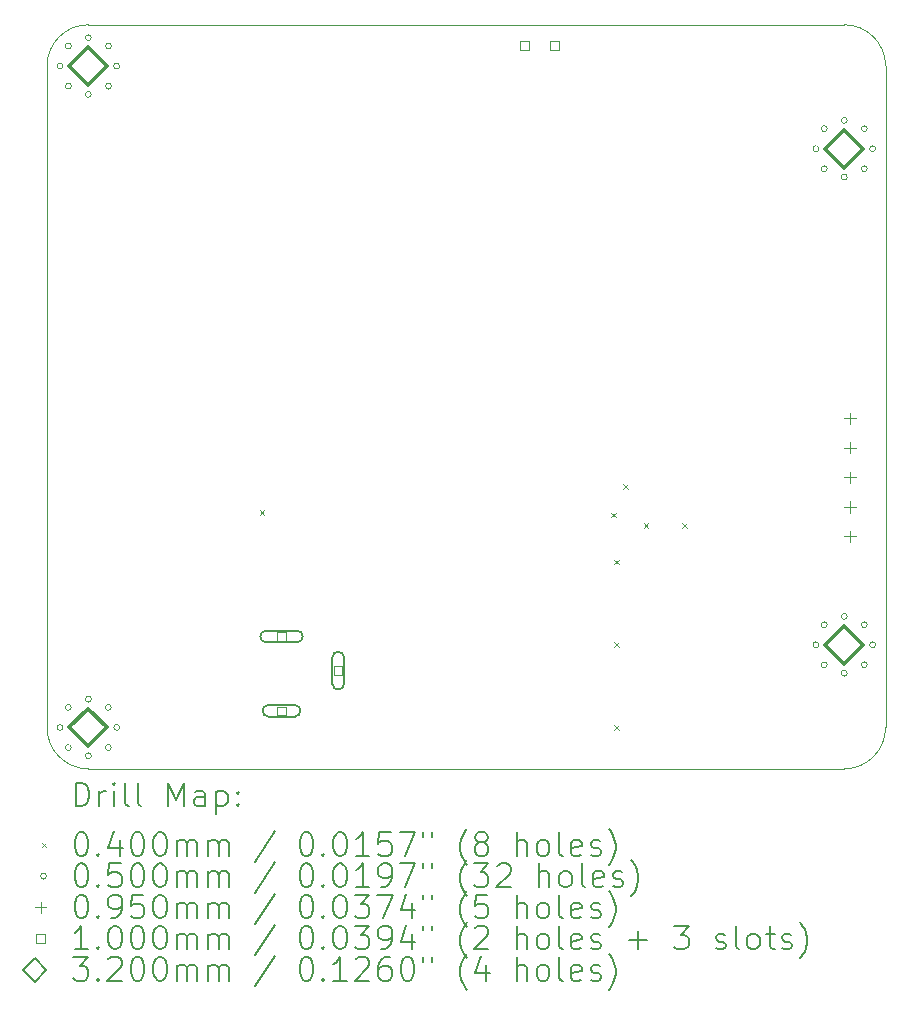
<source format=gbr>
%TF.GenerationSoftware,KiCad,Pcbnew,7.0.1*%
%TF.CreationDate,2023-04-29T01:33:51-04:00*%
%TF.ProjectId,PowerSection,506f7765-7253-4656-9374-696f6e2e6b69,rev?*%
%TF.SameCoordinates,Original*%
%TF.FileFunction,Drillmap*%
%TF.FilePolarity,Positive*%
%FSLAX45Y45*%
G04 Gerber Fmt 4.5, Leading zero omitted, Abs format (unit mm)*
G04 Created by KiCad (PCBNEW 7.0.1) date 2023-04-29 01:33:51*
%MOMM*%
%LPD*%
G01*
G04 APERTURE LIST*
%ADD10C,0.100000*%
%ADD11C,0.200000*%
%ADD12C,0.040000*%
%ADD13C,0.050000*%
%ADD14C,0.095000*%
%ADD15C,0.320000*%
G04 APERTURE END LIST*
D10*
X16550000Y-10900000D02*
X10150000Y-10900000D01*
X9800000Y-4950000D02*
X9800000Y-10550000D01*
X16900000Y-4950000D02*
G75*
G03*
X16550000Y-4600000I-350000J0D01*
G01*
X16900000Y-4950000D02*
X16900000Y-10550000D01*
X16550000Y-10900000D02*
G75*
G03*
X16900000Y-10550000I0J350000D01*
G01*
X10150000Y-4600000D02*
X16550000Y-4600000D01*
X9800000Y-10550000D02*
G75*
G03*
X10150000Y-10900000I350000J0D01*
G01*
X10150000Y-4600000D02*
G75*
G03*
X9800000Y-4950000I0J-350000D01*
G01*
D11*
D12*
X11601000Y-8711300D02*
X11641000Y-8751300D01*
X11641000Y-8711300D02*
X11601000Y-8751300D01*
X14575000Y-8730000D02*
X14615000Y-8770000D01*
X14615000Y-8730000D02*
X14575000Y-8770000D01*
X14601200Y-9130000D02*
X14641200Y-9170000D01*
X14641200Y-9130000D02*
X14601200Y-9170000D01*
X14601200Y-9830000D02*
X14641200Y-9870000D01*
X14641200Y-9830000D02*
X14601200Y-9870000D01*
X14601200Y-10530000D02*
X14641200Y-10570000D01*
X14641200Y-10530000D02*
X14601200Y-10570000D01*
X14680000Y-8489800D02*
X14720000Y-8529800D01*
X14720000Y-8489800D02*
X14680000Y-8529800D01*
X14851800Y-8819200D02*
X14891800Y-8859200D01*
X14891800Y-8819200D02*
X14851800Y-8859200D01*
X15179400Y-8819200D02*
X15219400Y-8859200D01*
X15219400Y-8819200D02*
X15179400Y-8859200D01*
D13*
X9935000Y-4950000D02*
G75*
G03*
X9935000Y-4950000I-25000J0D01*
G01*
X9935000Y-10550000D02*
G75*
G03*
X9935000Y-10550000I-25000J0D01*
G01*
X10005294Y-4780294D02*
G75*
G03*
X10005294Y-4780294I-25000J0D01*
G01*
X10005294Y-5119706D02*
G75*
G03*
X10005294Y-5119706I-25000J0D01*
G01*
X10005294Y-10380294D02*
G75*
G03*
X10005294Y-10380294I-25000J0D01*
G01*
X10005294Y-10719706D02*
G75*
G03*
X10005294Y-10719706I-25000J0D01*
G01*
X10175000Y-4710000D02*
G75*
G03*
X10175000Y-4710000I-25000J0D01*
G01*
X10175000Y-5190000D02*
G75*
G03*
X10175000Y-5190000I-25000J0D01*
G01*
X10175000Y-10310000D02*
G75*
G03*
X10175000Y-10310000I-25000J0D01*
G01*
X10175000Y-10790000D02*
G75*
G03*
X10175000Y-10790000I-25000J0D01*
G01*
X10344706Y-4780294D02*
G75*
G03*
X10344706Y-4780294I-25000J0D01*
G01*
X10344706Y-5119706D02*
G75*
G03*
X10344706Y-5119706I-25000J0D01*
G01*
X10344706Y-10380294D02*
G75*
G03*
X10344706Y-10380294I-25000J0D01*
G01*
X10344706Y-10719706D02*
G75*
G03*
X10344706Y-10719706I-25000J0D01*
G01*
X10415000Y-4950000D02*
G75*
G03*
X10415000Y-4950000I-25000J0D01*
G01*
X10415000Y-10550000D02*
G75*
G03*
X10415000Y-10550000I-25000J0D01*
G01*
X16335000Y-5650000D02*
G75*
G03*
X16335000Y-5650000I-25000J0D01*
G01*
X16335000Y-9850000D02*
G75*
G03*
X16335000Y-9850000I-25000J0D01*
G01*
X16405294Y-5480294D02*
G75*
G03*
X16405294Y-5480294I-25000J0D01*
G01*
X16405294Y-5819706D02*
G75*
G03*
X16405294Y-5819706I-25000J0D01*
G01*
X16405294Y-9680294D02*
G75*
G03*
X16405294Y-9680294I-25000J0D01*
G01*
X16405294Y-10019706D02*
G75*
G03*
X16405294Y-10019706I-25000J0D01*
G01*
X16575000Y-5410000D02*
G75*
G03*
X16575000Y-5410000I-25000J0D01*
G01*
X16575000Y-5890000D02*
G75*
G03*
X16575000Y-5890000I-25000J0D01*
G01*
X16575000Y-9610000D02*
G75*
G03*
X16575000Y-9610000I-25000J0D01*
G01*
X16575000Y-10090000D02*
G75*
G03*
X16575000Y-10090000I-25000J0D01*
G01*
X16744706Y-5480294D02*
G75*
G03*
X16744706Y-5480294I-25000J0D01*
G01*
X16744706Y-5819706D02*
G75*
G03*
X16744706Y-5819706I-25000J0D01*
G01*
X16744706Y-9680294D02*
G75*
G03*
X16744706Y-9680294I-25000J0D01*
G01*
X16744706Y-10019706D02*
G75*
G03*
X16744706Y-10019706I-25000J0D01*
G01*
X16815000Y-5650000D02*
G75*
G03*
X16815000Y-5650000I-25000J0D01*
G01*
X16815000Y-9850000D02*
G75*
G03*
X16815000Y-9850000I-25000J0D01*
G01*
D14*
X16599000Y-7885300D02*
X16599000Y-7980300D01*
X16551500Y-7932800D02*
X16646500Y-7932800D01*
X16599000Y-8135300D02*
X16599000Y-8230300D01*
X16551500Y-8182800D02*
X16646500Y-8182800D01*
X16599000Y-8385300D02*
X16599000Y-8480300D01*
X16551500Y-8432800D02*
X16646500Y-8432800D01*
X16599000Y-8635300D02*
X16599000Y-8730300D01*
X16551500Y-8682800D02*
X16646500Y-8682800D01*
X16599000Y-8885300D02*
X16599000Y-8980300D01*
X16551500Y-8932800D02*
X16646500Y-8932800D01*
D10*
X11820956Y-9814356D02*
X11820956Y-9743644D01*
X11750244Y-9743644D01*
X11750244Y-9814356D01*
X11820956Y-9814356D01*
D11*
X11655600Y-9829000D02*
X11915600Y-9829000D01*
X11915600Y-9829000D02*
G75*
G03*
X11915600Y-9729000I0J50000D01*
G01*
X11915600Y-9729000D02*
X11655600Y-9729000D01*
X11655600Y-9729000D02*
G75*
G03*
X11655600Y-9829000I0J-50000D01*
G01*
D10*
X11820956Y-10444356D02*
X11820956Y-10373644D01*
X11750244Y-10373644D01*
X11750244Y-10444356D01*
X11820956Y-10444356D01*
D11*
X11675600Y-10459000D02*
X11895600Y-10459000D01*
X11895600Y-10459000D02*
G75*
G03*
X11895600Y-10359000I0J50000D01*
G01*
X11895600Y-10359000D02*
X11675600Y-10359000D01*
X11675600Y-10359000D02*
G75*
G03*
X11675600Y-10459000I0J-50000D01*
G01*
D10*
X12300956Y-10104356D02*
X12300956Y-10033644D01*
X12230244Y-10033644D01*
X12230244Y-10104356D01*
X12300956Y-10104356D01*
D11*
X12215600Y-9959000D02*
X12215600Y-10179000D01*
X12215600Y-10179000D02*
G75*
G03*
X12315600Y-10179000I50000J0D01*
G01*
X12315600Y-10179000D02*
X12315600Y-9959000D01*
X12315600Y-9959000D02*
G75*
G03*
X12215600Y-9959000I-50000J0D01*
G01*
D10*
X13878356Y-4810556D02*
X13878356Y-4739844D01*
X13807644Y-4739844D01*
X13807644Y-4810556D01*
X13878356Y-4810556D01*
X14132356Y-4810556D02*
X14132356Y-4739844D01*
X14061644Y-4739844D01*
X14061644Y-4810556D01*
X14132356Y-4810556D01*
D15*
X10150000Y-5110000D02*
X10310000Y-4950000D01*
X10150000Y-4790000D01*
X9990000Y-4950000D01*
X10150000Y-5110000D01*
X10150000Y-10710000D02*
X10310000Y-10550000D01*
X10150000Y-10390000D01*
X9990000Y-10550000D01*
X10150000Y-10710000D01*
X16550000Y-5810000D02*
X16710000Y-5650000D01*
X16550000Y-5490000D01*
X16390000Y-5650000D01*
X16550000Y-5810000D01*
X16550000Y-10010000D02*
X16710000Y-9850000D01*
X16550000Y-9690000D01*
X16390000Y-9850000D01*
X16550000Y-10010000D01*
D11*
X10042619Y-11217524D02*
X10042619Y-11017524D01*
X10042619Y-11017524D02*
X10090238Y-11017524D01*
X10090238Y-11017524D02*
X10118810Y-11027048D01*
X10118810Y-11027048D02*
X10137857Y-11046095D01*
X10137857Y-11046095D02*
X10147381Y-11065143D01*
X10147381Y-11065143D02*
X10156905Y-11103238D01*
X10156905Y-11103238D02*
X10156905Y-11131810D01*
X10156905Y-11131810D02*
X10147381Y-11169905D01*
X10147381Y-11169905D02*
X10137857Y-11188952D01*
X10137857Y-11188952D02*
X10118810Y-11208000D01*
X10118810Y-11208000D02*
X10090238Y-11217524D01*
X10090238Y-11217524D02*
X10042619Y-11217524D01*
X10242619Y-11217524D02*
X10242619Y-11084190D01*
X10242619Y-11122286D02*
X10252143Y-11103238D01*
X10252143Y-11103238D02*
X10261667Y-11093714D01*
X10261667Y-11093714D02*
X10280714Y-11084190D01*
X10280714Y-11084190D02*
X10299762Y-11084190D01*
X10366429Y-11217524D02*
X10366429Y-11084190D01*
X10366429Y-11017524D02*
X10356905Y-11027048D01*
X10356905Y-11027048D02*
X10366429Y-11036571D01*
X10366429Y-11036571D02*
X10375952Y-11027048D01*
X10375952Y-11027048D02*
X10366429Y-11017524D01*
X10366429Y-11017524D02*
X10366429Y-11036571D01*
X10490238Y-11217524D02*
X10471190Y-11208000D01*
X10471190Y-11208000D02*
X10461667Y-11188952D01*
X10461667Y-11188952D02*
X10461667Y-11017524D01*
X10595000Y-11217524D02*
X10575952Y-11208000D01*
X10575952Y-11208000D02*
X10566429Y-11188952D01*
X10566429Y-11188952D02*
X10566429Y-11017524D01*
X10823571Y-11217524D02*
X10823571Y-11017524D01*
X10823571Y-11017524D02*
X10890238Y-11160381D01*
X10890238Y-11160381D02*
X10956905Y-11017524D01*
X10956905Y-11017524D02*
X10956905Y-11217524D01*
X11137857Y-11217524D02*
X11137857Y-11112762D01*
X11137857Y-11112762D02*
X11128333Y-11093714D01*
X11128333Y-11093714D02*
X11109286Y-11084190D01*
X11109286Y-11084190D02*
X11071190Y-11084190D01*
X11071190Y-11084190D02*
X11052143Y-11093714D01*
X11137857Y-11208000D02*
X11118810Y-11217524D01*
X11118810Y-11217524D02*
X11071190Y-11217524D01*
X11071190Y-11217524D02*
X11052143Y-11208000D01*
X11052143Y-11208000D02*
X11042619Y-11188952D01*
X11042619Y-11188952D02*
X11042619Y-11169905D01*
X11042619Y-11169905D02*
X11052143Y-11150857D01*
X11052143Y-11150857D02*
X11071190Y-11141333D01*
X11071190Y-11141333D02*
X11118810Y-11141333D01*
X11118810Y-11141333D02*
X11137857Y-11131810D01*
X11233095Y-11084190D02*
X11233095Y-11284190D01*
X11233095Y-11093714D02*
X11252143Y-11084190D01*
X11252143Y-11084190D02*
X11290238Y-11084190D01*
X11290238Y-11084190D02*
X11309286Y-11093714D01*
X11309286Y-11093714D02*
X11318809Y-11103238D01*
X11318809Y-11103238D02*
X11328333Y-11122286D01*
X11328333Y-11122286D02*
X11328333Y-11179429D01*
X11328333Y-11179429D02*
X11318809Y-11198476D01*
X11318809Y-11198476D02*
X11309286Y-11208000D01*
X11309286Y-11208000D02*
X11290238Y-11217524D01*
X11290238Y-11217524D02*
X11252143Y-11217524D01*
X11252143Y-11217524D02*
X11233095Y-11208000D01*
X11414048Y-11198476D02*
X11423571Y-11208000D01*
X11423571Y-11208000D02*
X11414048Y-11217524D01*
X11414048Y-11217524D02*
X11404524Y-11208000D01*
X11404524Y-11208000D02*
X11414048Y-11198476D01*
X11414048Y-11198476D02*
X11414048Y-11217524D01*
X11414048Y-11093714D02*
X11423571Y-11103238D01*
X11423571Y-11103238D02*
X11414048Y-11112762D01*
X11414048Y-11112762D02*
X11404524Y-11103238D01*
X11404524Y-11103238D02*
X11414048Y-11093714D01*
X11414048Y-11093714D02*
X11414048Y-11112762D01*
D12*
X9755000Y-11525000D02*
X9795000Y-11565000D01*
X9795000Y-11525000D02*
X9755000Y-11565000D01*
D11*
X10080714Y-11437524D02*
X10099762Y-11437524D01*
X10099762Y-11437524D02*
X10118810Y-11447048D01*
X10118810Y-11447048D02*
X10128333Y-11456571D01*
X10128333Y-11456571D02*
X10137857Y-11475619D01*
X10137857Y-11475619D02*
X10147381Y-11513714D01*
X10147381Y-11513714D02*
X10147381Y-11561333D01*
X10147381Y-11561333D02*
X10137857Y-11599428D01*
X10137857Y-11599428D02*
X10128333Y-11618476D01*
X10128333Y-11618476D02*
X10118810Y-11628000D01*
X10118810Y-11628000D02*
X10099762Y-11637524D01*
X10099762Y-11637524D02*
X10080714Y-11637524D01*
X10080714Y-11637524D02*
X10061667Y-11628000D01*
X10061667Y-11628000D02*
X10052143Y-11618476D01*
X10052143Y-11618476D02*
X10042619Y-11599428D01*
X10042619Y-11599428D02*
X10033095Y-11561333D01*
X10033095Y-11561333D02*
X10033095Y-11513714D01*
X10033095Y-11513714D02*
X10042619Y-11475619D01*
X10042619Y-11475619D02*
X10052143Y-11456571D01*
X10052143Y-11456571D02*
X10061667Y-11447048D01*
X10061667Y-11447048D02*
X10080714Y-11437524D01*
X10233095Y-11618476D02*
X10242619Y-11628000D01*
X10242619Y-11628000D02*
X10233095Y-11637524D01*
X10233095Y-11637524D02*
X10223571Y-11628000D01*
X10223571Y-11628000D02*
X10233095Y-11618476D01*
X10233095Y-11618476D02*
X10233095Y-11637524D01*
X10414048Y-11504190D02*
X10414048Y-11637524D01*
X10366429Y-11428000D02*
X10318810Y-11570857D01*
X10318810Y-11570857D02*
X10442619Y-11570857D01*
X10556905Y-11437524D02*
X10575952Y-11437524D01*
X10575952Y-11437524D02*
X10595000Y-11447048D01*
X10595000Y-11447048D02*
X10604524Y-11456571D01*
X10604524Y-11456571D02*
X10614048Y-11475619D01*
X10614048Y-11475619D02*
X10623571Y-11513714D01*
X10623571Y-11513714D02*
X10623571Y-11561333D01*
X10623571Y-11561333D02*
X10614048Y-11599428D01*
X10614048Y-11599428D02*
X10604524Y-11618476D01*
X10604524Y-11618476D02*
X10595000Y-11628000D01*
X10595000Y-11628000D02*
X10575952Y-11637524D01*
X10575952Y-11637524D02*
X10556905Y-11637524D01*
X10556905Y-11637524D02*
X10537857Y-11628000D01*
X10537857Y-11628000D02*
X10528333Y-11618476D01*
X10528333Y-11618476D02*
X10518810Y-11599428D01*
X10518810Y-11599428D02*
X10509286Y-11561333D01*
X10509286Y-11561333D02*
X10509286Y-11513714D01*
X10509286Y-11513714D02*
X10518810Y-11475619D01*
X10518810Y-11475619D02*
X10528333Y-11456571D01*
X10528333Y-11456571D02*
X10537857Y-11447048D01*
X10537857Y-11447048D02*
X10556905Y-11437524D01*
X10747381Y-11437524D02*
X10766429Y-11437524D01*
X10766429Y-11437524D02*
X10785476Y-11447048D01*
X10785476Y-11447048D02*
X10795000Y-11456571D01*
X10795000Y-11456571D02*
X10804524Y-11475619D01*
X10804524Y-11475619D02*
X10814048Y-11513714D01*
X10814048Y-11513714D02*
X10814048Y-11561333D01*
X10814048Y-11561333D02*
X10804524Y-11599428D01*
X10804524Y-11599428D02*
X10795000Y-11618476D01*
X10795000Y-11618476D02*
X10785476Y-11628000D01*
X10785476Y-11628000D02*
X10766429Y-11637524D01*
X10766429Y-11637524D02*
X10747381Y-11637524D01*
X10747381Y-11637524D02*
X10728333Y-11628000D01*
X10728333Y-11628000D02*
X10718810Y-11618476D01*
X10718810Y-11618476D02*
X10709286Y-11599428D01*
X10709286Y-11599428D02*
X10699762Y-11561333D01*
X10699762Y-11561333D02*
X10699762Y-11513714D01*
X10699762Y-11513714D02*
X10709286Y-11475619D01*
X10709286Y-11475619D02*
X10718810Y-11456571D01*
X10718810Y-11456571D02*
X10728333Y-11447048D01*
X10728333Y-11447048D02*
X10747381Y-11437524D01*
X10899762Y-11637524D02*
X10899762Y-11504190D01*
X10899762Y-11523238D02*
X10909286Y-11513714D01*
X10909286Y-11513714D02*
X10928333Y-11504190D01*
X10928333Y-11504190D02*
X10956905Y-11504190D01*
X10956905Y-11504190D02*
X10975952Y-11513714D01*
X10975952Y-11513714D02*
X10985476Y-11532762D01*
X10985476Y-11532762D02*
X10985476Y-11637524D01*
X10985476Y-11532762D02*
X10995000Y-11513714D01*
X10995000Y-11513714D02*
X11014048Y-11504190D01*
X11014048Y-11504190D02*
X11042619Y-11504190D01*
X11042619Y-11504190D02*
X11061667Y-11513714D01*
X11061667Y-11513714D02*
X11071191Y-11532762D01*
X11071191Y-11532762D02*
X11071191Y-11637524D01*
X11166429Y-11637524D02*
X11166429Y-11504190D01*
X11166429Y-11523238D02*
X11175952Y-11513714D01*
X11175952Y-11513714D02*
X11195000Y-11504190D01*
X11195000Y-11504190D02*
X11223571Y-11504190D01*
X11223571Y-11504190D02*
X11242619Y-11513714D01*
X11242619Y-11513714D02*
X11252143Y-11532762D01*
X11252143Y-11532762D02*
X11252143Y-11637524D01*
X11252143Y-11532762D02*
X11261667Y-11513714D01*
X11261667Y-11513714D02*
X11280714Y-11504190D01*
X11280714Y-11504190D02*
X11309286Y-11504190D01*
X11309286Y-11504190D02*
X11328333Y-11513714D01*
X11328333Y-11513714D02*
X11337857Y-11532762D01*
X11337857Y-11532762D02*
X11337857Y-11637524D01*
X11728333Y-11428000D02*
X11556905Y-11685143D01*
X11985476Y-11437524D02*
X12004524Y-11437524D01*
X12004524Y-11437524D02*
X12023572Y-11447048D01*
X12023572Y-11447048D02*
X12033095Y-11456571D01*
X12033095Y-11456571D02*
X12042619Y-11475619D01*
X12042619Y-11475619D02*
X12052143Y-11513714D01*
X12052143Y-11513714D02*
X12052143Y-11561333D01*
X12052143Y-11561333D02*
X12042619Y-11599428D01*
X12042619Y-11599428D02*
X12033095Y-11618476D01*
X12033095Y-11618476D02*
X12023572Y-11628000D01*
X12023572Y-11628000D02*
X12004524Y-11637524D01*
X12004524Y-11637524D02*
X11985476Y-11637524D01*
X11985476Y-11637524D02*
X11966429Y-11628000D01*
X11966429Y-11628000D02*
X11956905Y-11618476D01*
X11956905Y-11618476D02*
X11947381Y-11599428D01*
X11947381Y-11599428D02*
X11937857Y-11561333D01*
X11937857Y-11561333D02*
X11937857Y-11513714D01*
X11937857Y-11513714D02*
X11947381Y-11475619D01*
X11947381Y-11475619D02*
X11956905Y-11456571D01*
X11956905Y-11456571D02*
X11966429Y-11447048D01*
X11966429Y-11447048D02*
X11985476Y-11437524D01*
X12137857Y-11618476D02*
X12147381Y-11628000D01*
X12147381Y-11628000D02*
X12137857Y-11637524D01*
X12137857Y-11637524D02*
X12128333Y-11628000D01*
X12128333Y-11628000D02*
X12137857Y-11618476D01*
X12137857Y-11618476D02*
X12137857Y-11637524D01*
X12271191Y-11437524D02*
X12290238Y-11437524D01*
X12290238Y-11437524D02*
X12309286Y-11447048D01*
X12309286Y-11447048D02*
X12318810Y-11456571D01*
X12318810Y-11456571D02*
X12328333Y-11475619D01*
X12328333Y-11475619D02*
X12337857Y-11513714D01*
X12337857Y-11513714D02*
X12337857Y-11561333D01*
X12337857Y-11561333D02*
X12328333Y-11599428D01*
X12328333Y-11599428D02*
X12318810Y-11618476D01*
X12318810Y-11618476D02*
X12309286Y-11628000D01*
X12309286Y-11628000D02*
X12290238Y-11637524D01*
X12290238Y-11637524D02*
X12271191Y-11637524D01*
X12271191Y-11637524D02*
X12252143Y-11628000D01*
X12252143Y-11628000D02*
X12242619Y-11618476D01*
X12242619Y-11618476D02*
X12233095Y-11599428D01*
X12233095Y-11599428D02*
X12223572Y-11561333D01*
X12223572Y-11561333D02*
X12223572Y-11513714D01*
X12223572Y-11513714D02*
X12233095Y-11475619D01*
X12233095Y-11475619D02*
X12242619Y-11456571D01*
X12242619Y-11456571D02*
X12252143Y-11447048D01*
X12252143Y-11447048D02*
X12271191Y-11437524D01*
X12528333Y-11637524D02*
X12414048Y-11637524D01*
X12471191Y-11637524D02*
X12471191Y-11437524D01*
X12471191Y-11437524D02*
X12452143Y-11466095D01*
X12452143Y-11466095D02*
X12433095Y-11485143D01*
X12433095Y-11485143D02*
X12414048Y-11494667D01*
X12709286Y-11437524D02*
X12614048Y-11437524D01*
X12614048Y-11437524D02*
X12604524Y-11532762D01*
X12604524Y-11532762D02*
X12614048Y-11523238D01*
X12614048Y-11523238D02*
X12633095Y-11513714D01*
X12633095Y-11513714D02*
X12680714Y-11513714D01*
X12680714Y-11513714D02*
X12699762Y-11523238D01*
X12699762Y-11523238D02*
X12709286Y-11532762D01*
X12709286Y-11532762D02*
X12718810Y-11551809D01*
X12718810Y-11551809D02*
X12718810Y-11599428D01*
X12718810Y-11599428D02*
X12709286Y-11618476D01*
X12709286Y-11618476D02*
X12699762Y-11628000D01*
X12699762Y-11628000D02*
X12680714Y-11637524D01*
X12680714Y-11637524D02*
X12633095Y-11637524D01*
X12633095Y-11637524D02*
X12614048Y-11628000D01*
X12614048Y-11628000D02*
X12604524Y-11618476D01*
X12785476Y-11437524D02*
X12918810Y-11437524D01*
X12918810Y-11437524D02*
X12833095Y-11637524D01*
X12985476Y-11437524D02*
X12985476Y-11475619D01*
X13061667Y-11437524D02*
X13061667Y-11475619D01*
X13356905Y-11713714D02*
X13347381Y-11704190D01*
X13347381Y-11704190D02*
X13328334Y-11675619D01*
X13328334Y-11675619D02*
X13318810Y-11656571D01*
X13318810Y-11656571D02*
X13309286Y-11628000D01*
X13309286Y-11628000D02*
X13299762Y-11580381D01*
X13299762Y-11580381D02*
X13299762Y-11542286D01*
X13299762Y-11542286D02*
X13309286Y-11494667D01*
X13309286Y-11494667D02*
X13318810Y-11466095D01*
X13318810Y-11466095D02*
X13328334Y-11447048D01*
X13328334Y-11447048D02*
X13347381Y-11418476D01*
X13347381Y-11418476D02*
X13356905Y-11408952D01*
X13461667Y-11523238D02*
X13442619Y-11513714D01*
X13442619Y-11513714D02*
X13433095Y-11504190D01*
X13433095Y-11504190D02*
X13423572Y-11485143D01*
X13423572Y-11485143D02*
X13423572Y-11475619D01*
X13423572Y-11475619D02*
X13433095Y-11456571D01*
X13433095Y-11456571D02*
X13442619Y-11447048D01*
X13442619Y-11447048D02*
X13461667Y-11437524D01*
X13461667Y-11437524D02*
X13499762Y-11437524D01*
X13499762Y-11437524D02*
X13518810Y-11447048D01*
X13518810Y-11447048D02*
X13528334Y-11456571D01*
X13528334Y-11456571D02*
X13537857Y-11475619D01*
X13537857Y-11475619D02*
X13537857Y-11485143D01*
X13537857Y-11485143D02*
X13528334Y-11504190D01*
X13528334Y-11504190D02*
X13518810Y-11513714D01*
X13518810Y-11513714D02*
X13499762Y-11523238D01*
X13499762Y-11523238D02*
X13461667Y-11523238D01*
X13461667Y-11523238D02*
X13442619Y-11532762D01*
X13442619Y-11532762D02*
X13433095Y-11542286D01*
X13433095Y-11542286D02*
X13423572Y-11561333D01*
X13423572Y-11561333D02*
X13423572Y-11599428D01*
X13423572Y-11599428D02*
X13433095Y-11618476D01*
X13433095Y-11618476D02*
X13442619Y-11628000D01*
X13442619Y-11628000D02*
X13461667Y-11637524D01*
X13461667Y-11637524D02*
X13499762Y-11637524D01*
X13499762Y-11637524D02*
X13518810Y-11628000D01*
X13518810Y-11628000D02*
X13528334Y-11618476D01*
X13528334Y-11618476D02*
X13537857Y-11599428D01*
X13537857Y-11599428D02*
X13537857Y-11561333D01*
X13537857Y-11561333D02*
X13528334Y-11542286D01*
X13528334Y-11542286D02*
X13518810Y-11532762D01*
X13518810Y-11532762D02*
X13499762Y-11523238D01*
X13775953Y-11637524D02*
X13775953Y-11437524D01*
X13861667Y-11637524D02*
X13861667Y-11532762D01*
X13861667Y-11532762D02*
X13852143Y-11513714D01*
X13852143Y-11513714D02*
X13833096Y-11504190D01*
X13833096Y-11504190D02*
X13804524Y-11504190D01*
X13804524Y-11504190D02*
X13785476Y-11513714D01*
X13785476Y-11513714D02*
X13775953Y-11523238D01*
X13985476Y-11637524D02*
X13966429Y-11628000D01*
X13966429Y-11628000D02*
X13956905Y-11618476D01*
X13956905Y-11618476D02*
X13947381Y-11599428D01*
X13947381Y-11599428D02*
X13947381Y-11542286D01*
X13947381Y-11542286D02*
X13956905Y-11523238D01*
X13956905Y-11523238D02*
X13966429Y-11513714D01*
X13966429Y-11513714D02*
X13985476Y-11504190D01*
X13985476Y-11504190D02*
X14014048Y-11504190D01*
X14014048Y-11504190D02*
X14033096Y-11513714D01*
X14033096Y-11513714D02*
X14042619Y-11523238D01*
X14042619Y-11523238D02*
X14052143Y-11542286D01*
X14052143Y-11542286D02*
X14052143Y-11599428D01*
X14052143Y-11599428D02*
X14042619Y-11618476D01*
X14042619Y-11618476D02*
X14033096Y-11628000D01*
X14033096Y-11628000D02*
X14014048Y-11637524D01*
X14014048Y-11637524D02*
X13985476Y-11637524D01*
X14166429Y-11637524D02*
X14147381Y-11628000D01*
X14147381Y-11628000D02*
X14137857Y-11608952D01*
X14137857Y-11608952D02*
X14137857Y-11437524D01*
X14318810Y-11628000D02*
X14299762Y-11637524D01*
X14299762Y-11637524D02*
X14261667Y-11637524D01*
X14261667Y-11637524D02*
X14242619Y-11628000D01*
X14242619Y-11628000D02*
X14233096Y-11608952D01*
X14233096Y-11608952D02*
X14233096Y-11532762D01*
X14233096Y-11532762D02*
X14242619Y-11513714D01*
X14242619Y-11513714D02*
X14261667Y-11504190D01*
X14261667Y-11504190D02*
X14299762Y-11504190D01*
X14299762Y-11504190D02*
X14318810Y-11513714D01*
X14318810Y-11513714D02*
X14328334Y-11532762D01*
X14328334Y-11532762D02*
X14328334Y-11551809D01*
X14328334Y-11551809D02*
X14233096Y-11570857D01*
X14404524Y-11628000D02*
X14423572Y-11637524D01*
X14423572Y-11637524D02*
X14461667Y-11637524D01*
X14461667Y-11637524D02*
X14480715Y-11628000D01*
X14480715Y-11628000D02*
X14490238Y-11608952D01*
X14490238Y-11608952D02*
X14490238Y-11599428D01*
X14490238Y-11599428D02*
X14480715Y-11580381D01*
X14480715Y-11580381D02*
X14461667Y-11570857D01*
X14461667Y-11570857D02*
X14433096Y-11570857D01*
X14433096Y-11570857D02*
X14414048Y-11561333D01*
X14414048Y-11561333D02*
X14404524Y-11542286D01*
X14404524Y-11542286D02*
X14404524Y-11532762D01*
X14404524Y-11532762D02*
X14414048Y-11513714D01*
X14414048Y-11513714D02*
X14433096Y-11504190D01*
X14433096Y-11504190D02*
X14461667Y-11504190D01*
X14461667Y-11504190D02*
X14480715Y-11513714D01*
X14556905Y-11713714D02*
X14566429Y-11704190D01*
X14566429Y-11704190D02*
X14585477Y-11675619D01*
X14585477Y-11675619D02*
X14595000Y-11656571D01*
X14595000Y-11656571D02*
X14604524Y-11628000D01*
X14604524Y-11628000D02*
X14614048Y-11580381D01*
X14614048Y-11580381D02*
X14614048Y-11542286D01*
X14614048Y-11542286D02*
X14604524Y-11494667D01*
X14604524Y-11494667D02*
X14595000Y-11466095D01*
X14595000Y-11466095D02*
X14585477Y-11447048D01*
X14585477Y-11447048D02*
X14566429Y-11418476D01*
X14566429Y-11418476D02*
X14556905Y-11408952D01*
D13*
X9795000Y-11809000D02*
G75*
G03*
X9795000Y-11809000I-25000J0D01*
G01*
D11*
X10080714Y-11701524D02*
X10099762Y-11701524D01*
X10099762Y-11701524D02*
X10118810Y-11711048D01*
X10118810Y-11711048D02*
X10128333Y-11720571D01*
X10128333Y-11720571D02*
X10137857Y-11739619D01*
X10137857Y-11739619D02*
X10147381Y-11777714D01*
X10147381Y-11777714D02*
X10147381Y-11825333D01*
X10147381Y-11825333D02*
X10137857Y-11863428D01*
X10137857Y-11863428D02*
X10128333Y-11882476D01*
X10128333Y-11882476D02*
X10118810Y-11892000D01*
X10118810Y-11892000D02*
X10099762Y-11901524D01*
X10099762Y-11901524D02*
X10080714Y-11901524D01*
X10080714Y-11901524D02*
X10061667Y-11892000D01*
X10061667Y-11892000D02*
X10052143Y-11882476D01*
X10052143Y-11882476D02*
X10042619Y-11863428D01*
X10042619Y-11863428D02*
X10033095Y-11825333D01*
X10033095Y-11825333D02*
X10033095Y-11777714D01*
X10033095Y-11777714D02*
X10042619Y-11739619D01*
X10042619Y-11739619D02*
X10052143Y-11720571D01*
X10052143Y-11720571D02*
X10061667Y-11711048D01*
X10061667Y-11711048D02*
X10080714Y-11701524D01*
X10233095Y-11882476D02*
X10242619Y-11892000D01*
X10242619Y-11892000D02*
X10233095Y-11901524D01*
X10233095Y-11901524D02*
X10223571Y-11892000D01*
X10223571Y-11892000D02*
X10233095Y-11882476D01*
X10233095Y-11882476D02*
X10233095Y-11901524D01*
X10423571Y-11701524D02*
X10328333Y-11701524D01*
X10328333Y-11701524D02*
X10318810Y-11796762D01*
X10318810Y-11796762D02*
X10328333Y-11787238D01*
X10328333Y-11787238D02*
X10347381Y-11777714D01*
X10347381Y-11777714D02*
X10395000Y-11777714D01*
X10395000Y-11777714D02*
X10414048Y-11787238D01*
X10414048Y-11787238D02*
X10423571Y-11796762D01*
X10423571Y-11796762D02*
X10433095Y-11815809D01*
X10433095Y-11815809D02*
X10433095Y-11863428D01*
X10433095Y-11863428D02*
X10423571Y-11882476D01*
X10423571Y-11882476D02*
X10414048Y-11892000D01*
X10414048Y-11892000D02*
X10395000Y-11901524D01*
X10395000Y-11901524D02*
X10347381Y-11901524D01*
X10347381Y-11901524D02*
X10328333Y-11892000D01*
X10328333Y-11892000D02*
X10318810Y-11882476D01*
X10556905Y-11701524D02*
X10575952Y-11701524D01*
X10575952Y-11701524D02*
X10595000Y-11711048D01*
X10595000Y-11711048D02*
X10604524Y-11720571D01*
X10604524Y-11720571D02*
X10614048Y-11739619D01*
X10614048Y-11739619D02*
X10623571Y-11777714D01*
X10623571Y-11777714D02*
X10623571Y-11825333D01*
X10623571Y-11825333D02*
X10614048Y-11863428D01*
X10614048Y-11863428D02*
X10604524Y-11882476D01*
X10604524Y-11882476D02*
X10595000Y-11892000D01*
X10595000Y-11892000D02*
X10575952Y-11901524D01*
X10575952Y-11901524D02*
X10556905Y-11901524D01*
X10556905Y-11901524D02*
X10537857Y-11892000D01*
X10537857Y-11892000D02*
X10528333Y-11882476D01*
X10528333Y-11882476D02*
X10518810Y-11863428D01*
X10518810Y-11863428D02*
X10509286Y-11825333D01*
X10509286Y-11825333D02*
X10509286Y-11777714D01*
X10509286Y-11777714D02*
X10518810Y-11739619D01*
X10518810Y-11739619D02*
X10528333Y-11720571D01*
X10528333Y-11720571D02*
X10537857Y-11711048D01*
X10537857Y-11711048D02*
X10556905Y-11701524D01*
X10747381Y-11701524D02*
X10766429Y-11701524D01*
X10766429Y-11701524D02*
X10785476Y-11711048D01*
X10785476Y-11711048D02*
X10795000Y-11720571D01*
X10795000Y-11720571D02*
X10804524Y-11739619D01*
X10804524Y-11739619D02*
X10814048Y-11777714D01*
X10814048Y-11777714D02*
X10814048Y-11825333D01*
X10814048Y-11825333D02*
X10804524Y-11863428D01*
X10804524Y-11863428D02*
X10795000Y-11882476D01*
X10795000Y-11882476D02*
X10785476Y-11892000D01*
X10785476Y-11892000D02*
X10766429Y-11901524D01*
X10766429Y-11901524D02*
X10747381Y-11901524D01*
X10747381Y-11901524D02*
X10728333Y-11892000D01*
X10728333Y-11892000D02*
X10718810Y-11882476D01*
X10718810Y-11882476D02*
X10709286Y-11863428D01*
X10709286Y-11863428D02*
X10699762Y-11825333D01*
X10699762Y-11825333D02*
X10699762Y-11777714D01*
X10699762Y-11777714D02*
X10709286Y-11739619D01*
X10709286Y-11739619D02*
X10718810Y-11720571D01*
X10718810Y-11720571D02*
X10728333Y-11711048D01*
X10728333Y-11711048D02*
X10747381Y-11701524D01*
X10899762Y-11901524D02*
X10899762Y-11768190D01*
X10899762Y-11787238D02*
X10909286Y-11777714D01*
X10909286Y-11777714D02*
X10928333Y-11768190D01*
X10928333Y-11768190D02*
X10956905Y-11768190D01*
X10956905Y-11768190D02*
X10975952Y-11777714D01*
X10975952Y-11777714D02*
X10985476Y-11796762D01*
X10985476Y-11796762D02*
X10985476Y-11901524D01*
X10985476Y-11796762D02*
X10995000Y-11777714D01*
X10995000Y-11777714D02*
X11014048Y-11768190D01*
X11014048Y-11768190D02*
X11042619Y-11768190D01*
X11042619Y-11768190D02*
X11061667Y-11777714D01*
X11061667Y-11777714D02*
X11071191Y-11796762D01*
X11071191Y-11796762D02*
X11071191Y-11901524D01*
X11166429Y-11901524D02*
X11166429Y-11768190D01*
X11166429Y-11787238D02*
X11175952Y-11777714D01*
X11175952Y-11777714D02*
X11195000Y-11768190D01*
X11195000Y-11768190D02*
X11223571Y-11768190D01*
X11223571Y-11768190D02*
X11242619Y-11777714D01*
X11242619Y-11777714D02*
X11252143Y-11796762D01*
X11252143Y-11796762D02*
X11252143Y-11901524D01*
X11252143Y-11796762D02*
X11261667Y-11777714D01*
X11261667Y-11777714D02*
X11280714Y-11768190D01*
X11280714Y-11768190D02*
X11309286Y-11768190D01*
X11309286Y-11768190D02*
X11328333Y-11777714D01*
X11328333Y-11777714D02*
X11337857Y-11796762D01*
X11337857Y-11796762D02*
X11337857Y-11901524D01*
X11728333Y-11692000D02*
X11556905Y-11949143D01*
X11985476Y-11701524D02*
X12004524Y-11701524D01*
X12004524Y-11701524D02*
X12023572Y-11711048D01*
X12023572Y-11711048D02*
X12033095Y-11720571D01*
X12033095Y-11720571D02*
X12042619Y-11739619D01*
X12042619Y-11739619D02*
X12052143Y-11777714D01*
X12052143Y-11777714D02*
X12052143Y-11825333D01*
X12052143Y-11825333D02*
X12042619Y-11863428D01*
X12042619Y-11863428D02*
X12033095Y-11882476D01*
X12033095Y-11882476D02*
X12023572Y-11892000D01*
X12023572Y-11892000D02*
X12004524Y-11901524D01*
X12004524Y-11901524D02*
X11985476Y-11901524D01*
X11985476Y-11901524D02*
X11966429Y-11892000D01*
X11966429Y-11892000D02*
X11956905Y-11882476D01*
X11956905Y-11882476D02*
X11947381Y-11863428D01*
X11947381Y-11863428D02*
X11937857Y-11825333D01*
X11937857Y-11825333D02*
X11937857Y-11777714D01*
X11937857Y-11777714D02*
X11947381Y-11739619D01*
X11947381Y-11739619D02*
X11956905Y-11720571D01*
X11956905Y-11720571D02*
X11966429Y-11711048D01*
X11966429Y-11711048D02*
X11985476Y-11701524D01*
X12137857Y-11882476D02*
X12147381Y-11892000D01*
X12147381Y-11892000D02*
X12137857Y-11901524D01*
X12137857Y-11901524D02*
X12128333Y-11892000D01*
X12128333Y-11892000D02*
X12137857Y-11882476D01*
X12137857Y-11882476D02*
X12137857Y-11901524D01*
X12271191Y-11701524D02*
X12290238Y-11701524D01*
X12290238Y-11701524D02*
X12309286Y-11711048D01*
X12309286Y-11711048D02*
X12318810Y-11720571D01*
X12318810Y-11720571D02*
X12328333Y-11739619D01*
X12328333Y-11739619D02*
X12337857Y-11777714D01*
X12337857Y-11777714D02*
X12337857Y-11825333D01*
X12337857Y-11825333D02*
X12328333Y-11863428D01*
X12328333Y-11863428D02*
X12318810Y-11882476D01*
X12318810Y-11882476D02*
X12309286Y-11892000D01*
X12309286Y-11892000D02*
X12290238Y-11901524D01*
X12290238Y-11901524D02*
X12271191Y-11901524D01*
X12271191Y-11901524D02*
X12252143Y-11892000D01*
X12252143Y-11892000D02*
X12242619Y-11882476D01*
X12242619Y-11882476D02*
X12233095Y-11863428D01*
X12233095Y-11863428D02*
X12223572Y-11825333D01*
X12223572Y-11825333D02*
X12223572Y-11777714D01*
X12223572Y-11777714D02*
X12233095Y-11739619D01*
X12233095Y-11739619D02*
X12242619Y-11720571D01*
X12242619Y-11720571D02*
X12252143Y-11711048D01*
X12252143Y-11711048D02*
X12271191Y-11701524D01*
X12528333Y-11901524D02*
X12414048Y-11901524D01*
X12471191Y-11901524D02*
X12471191Y-11701524D01*
X12471191Y-11701524D02*
X12452143Y-11730095D01*
X12452143Y-11730095D02*
X12433095Y-11749143D01*
X12433095Y-11749143D02*
X12414048Y-11758667D01*
X12623572Y-11901524D02*
X12661667Y-11901524D01*
X12661667Y-11901524D02*
X12680714Y-11892000D01*
X12680714Y-11892000D02*
X12690238Y-11882476D01*
X12690238Y-11882476D02*
X12709286Y-11853905D01*
X12709286Y-11853905D02*
X12718810Y-11815809D01*
X12718810Y-11815809D02*
X12718810Y-11739619D01*
X12718810Y-11739619D02*
X12709286Y-11720571D01*
X12709286Y-11720571D02*
X12699762Y-11711048D01*
X12699762Y-11711048D02*
X12680714Y-11701524D01*
X12680714Y-11701524D02*
X12642619Y-11701524D01*
X12642619Y-11701524D02*
X12623572Y-11711048D01*
X12623572Y-11711048D02*
X12614048Y-11720571D01*
X12614048Y-11720571D02*
X12604524Y-11739619D01*
X12604524Y-11739619D02*
X12604524Y-11787238D01*
X12604524Y-11787238D02*
X12614048Y-11806286D01*
X12614048Y-11806286D02*
X12623572Y-11815809D01*
X12623572Y-11815809D02*
X12642619Y-11825333D01*
X12642619Y-11825333D02*
X12680714Y-11825333D01*
X12680714Y-11825333D02*
X12699762Y-11815809D01*
X12699762Y-11815809D02*
X12709286Y-11806286D01*
X12709286Y-11806286D02*
X12718810Y-11787238D01*
X12785476Y-11701524D02*
X12918810Y-11701524D01*
X12918810Y-11701524D02*
X12833095Y-11901524D01*
X12985476Y-11701524D02*
X12985476Y-11739619D01*
X13061667Y-11701524D02*
X13061667Y-11739619D01*
X13356905Y-11977714D02*
X13347381Y-11968190D01*
X13347381Y-11968190D02*
X13328334Y-11939619D01*
X13328334Y-11939619D02*
X13318810Y-11920571D01*
X13318810Y-11920571D02*
X13309286Y-11892000D01*
X13309286Y-11892000D02*
X13299762Y-11844381D01*
X13299762Y-11844381D02*
X13299762Y-11806286D01*
X13299762Y-11806286D02*
X13309286Y-11758667D01*
X13309286Y-11758667D02*
X13318810Y-11730095D01*
X13318810Y-11730095D02*
X13328334Y-11711048D01*
X13328334Y-11711048D02*
X13347381Y-11682476D01*
X13347381Y-11682476D02*
X13356905Y-11672952D01*
X13414048Y-11701524D02*
X13537857Y-11701524D01*
X13537857Y-11701524D02*
X13471191Y-11777714D01*
X13471191Y-11777714D02*
X13499762Y-11777714D01*
X13499762Y-11777714D02*
X13518810Y-11787238D01*
X13518810Y-11787238D02*
X13528334Y-11796762D01*
X13528334Y-11796762D02*
X13537857Y-11815809D01*
X13537857Y-11815809D02*
X13537857Y-11863428D01*
X13537857Y-11863428D02*
X13528334Y-11882476D01*
X13528334Y-11882476D02*
X13518810Y-11892000D01*
X13518810Y-11892000D02*
X13499762Y-11901524D01*
X13499762Y-11901524D02*
X13442619Y-11901524D01*
X13442619Y-11901524D02*
X13423572Y-11892000D01*
X13423572Y-11892000D02*
X13414048Y-11882476D01*
X13614048Y-11720571D02*
X13623572Y-11711048D01*
X13623572Y-11711048D02*
X13642619Y-11701524D01*
X13642619Y-11701524D02*
X13690238Y-11701524D01*
X13690238Y-11701524D02*
X13709286Y-11711048D01*
X13709286Y-11711048D02*
X13718810Y-11720571D01*
X13718810Y-11720571D02*
X13728334Y-11739619D01*
X13728334Y-11739619D02*
X13728334Y-11758667D01*
X13728334Y-11758667D02*
X13718810Y-11787238D01*
X13718810Y-11787238D02*
X13604524Y-11901524D01*
X13604524Y-11901524D02*
X13728334Y-11901524D01*
X13966429Y-11901524D02*
X13966429Y-11701524D01*
X14052143Y-11901524D02*
X14052143Y-11796762D01*
X14052143Y-11796762D02*
X14042619Y-11777714D01*
X14042619Y-11777714D02*
X14023572Y-11768190D01*
X14023572Y-11768190D02*
X13995000Y-11768190D01*
X13995000Y-11768190D02*
X13975953Y-11777714D01*
X13975953Y-11777714D02*
X13966429Y-11787238D01*
X14175953Y-11901524D02*
X14156905Y-11892000D01*
X14156905Y-11892000D02*
X14147381Y-11882476D01*
X14147381Y-11882476D02*
X14137857Y-11863428D01*
X14137857Y-11863428D02*
X14137857Y-11806286D01*
X14137857Y-11806286D02*
X14147381Y-11787238D01*
X14147381Y-11787238D02*
X14156905Y-11777714D01*
X14156905Y-11777714D02*
X14175953Y-11768190D01*
X14175953Y-11768190D02*
X14204524Y-11768190D01*
X14204524Y-11768190D02*
X14223572Y-11777714D01*
X14223572Y-11777714D02*
X14233096Y-11787238D01*
X14233096Y-11787238D02*
X14242619Y-11806286D01*
X14242619Y-11806286D02*
X14242619Y-11863428D01*
X14242619Y-11863428D02*
X14233096Y-11882476D01*
X14233096Y-11882476D02*
X14223572Y-11892000D01*
X14223572Y-11892000D02*
X14204524Y-11901524D01*
X14204524Y-11901524D02*
X14175953Y-11901524D01*
X14356905Y-11901524D02*
X14337857Y-11892000D01*
X14337857Y-11892000D02*
X14328334Y-11872952D01*
X14328334Y-11872952D02*
X14328334Y-11701524D01*
X14509286Y-11892000D02*
X14490238Y-11901524D01*
X14490238Y-11901524D02*
X14452143Y-11901524D01*
X14452143Y-11901524D02*
X14433096Y-11892000D01*
X14433096Y-11892000D02*
X14423572Y-11872952D01*
X14423572Y-11872952D02*
X14423572Y-11796762D01*
X14423572Y-11796762D02*
X14433096Y-11777714D01*
X14433096Y-11777714D02*
X14452143Y-11768190D01*
X14452143Y-11768190D02*
X14490238Y-11768190D01*
X14490238Y-11768190D02*
X14509286Y-11777714D01*
X14509286Y-11777714D02*
X14518810Y-11796762D01*
X14518810Y-11796762D02*
X14518810Y-11815809D01*
X14518810Y-11815809D02*
X14423572Y-11834857D01*
X14595000Y-11892000D02*
X14614048Y-11901524D01*
X14614048Y-11901524D02*
X14652143Y-11901524D01*
X14652143Y-11901524D02*
X14671191Y-11892000D01*
X14671191Y-11892000D02*
X14680715Y-11872952D01*
X14680715Y-11872952D02*
X14680715Y-11863428D01*
X14680715Y-11863428D02*
X14671191Y-11844381D01*
X14671191Y-11844381D02*
X14652143Y-11834857D01*
X14652143Y-11834857D02*
X14623572Y-11834857D01*
X14623572Y-11834857D02*
X14604524Y-11825333D01*
X14604524Y-11825333D02*
X14595000Y-11806286D01*
X14595000Y-11806286D02*
X14595000Y-11796762D01*
X14595000Y-11796762D02*
X14604524Y-11777714D01*
X14604524Y-11777714D02*
X14623572Y-11768190D01*
X14623572Y-11768190D02*
X14652143Y-11768190D01*
X14652143Y-11768190D02*
X14671191Y-11777714D01*
X14747381Y-11977714D02*
X14756905Y-11968190D01*
X14756905Y-11968190D02*
X14775953Y-11939619D01*
X14775953Y-11939619D02*
X14785477Y-11920571D01*
X14785477Y-11920571D02*
X14795000Y-11892000D01*
X14795000Y-11892000D02*
X14804524Y-11844381D01*
X14804524Y-11844381D02*
X14804524Y-11806286D01*
X14804524Y-11806286D02*
X14795000Y-11758667D01*
X14795000Y-11758667D02*
X14785477Y-11730095D01*
X14785477Y-11730095D02*
X14775953Y-11711048D01*
X14775953Y-11711048D02*
X14756905Y-11682476D01*
X14756905Y-11682476D02*
X14747381Y-11672952D01*
D14*
X9747500Y-12025500D02*
X9747500Y-12120500D01*
X9700000Y-12073000D02*
X9795000Y-12073000D01*
D11*
X10080714Y-11965524D02*
X10099762Y-11965524D01*
X10099762Y-11965524D02*
X10118810Y-11975048D01*
X10118810Y-11975048D02*
X10128333Y-11984571D01*
X10128333Y-11984571D02*
X10137857Y-12003619D01*
X10137857Y-12003619D02*
X10147381Y-12041714D01*
X10147381Y-12041714D02*
X10147381Y-12089333D01*
X10147381Y-12089333D02*
X10137857Y-12127428D01*
X10137857Y-12127428D02*
X10128333Y-12146476D01*
X10128333Y-12146476D02*
X10118810Y-12156000D01*
X10118810Y-12156000D02*
X10099762Y-12165524D01*
X10099762Y-12165524D02*
X10080714Y-12165524D01*
X10080714Y-12165524D02*
X10061667Y-12156000D01*
X10061667Y-12156000D02*
X10052143Y-12146476D01*
X10052143Y-12146476D02*
X10042619Y-12127428D01*
X10042619Y-12127428D02*
X10033095Y-12089333D01*
X10033095Y-12089333D02*
X10033095Y-12041714D01*
X10033095Y-12041714D02*
X10042619Y-12003619D01*
X10042619Y-12003619D02*
X10052143Y-11984571D01*
X10052143Y-11984571D02*
X10061667Y-11975048D01*
X10061667Y-11975048D02*
X10080714Y-11965524D01*
X10233095Y-12146476D02*
X10242619Y-12156000D01*
X10242619Y-12156000D02*
X10233095Y-12165524D01*
X10233095Y-12165524D02*
X10223571Y-12156000D01*
X10223571Y-12156000D02*
X10233095Y-12146476D01*
X10233095Y-12146476D02*
X10233095Y-12165524D01*
X10337857Y-12165524D02*
X10375952Y-12165524D01*
X10375952Y-12165524D02*
X10395000Y-12156000D01*
X10395000Y-12156000D02*
X10404524Y-12146476D01*
X10404524Y-12146476D02*
X10423571Y-12117905D01*
X10423571Y-12117905D02*
X10433095Y-12079809D01*
X10433095Y-12079809D02*
X10433095Y-12003619D01*
X10433095Y-12003619D02*
X10423571Y-11984571D01*
X10423571Y-11984571D02*
X10414048Y-11975048D01*
X10414048Y-11975048D02*
X10395000Y-11965524D01*
X10395000Y-11965524D02*
X10356905Y-11965524D01*
X10356905Y-11965524D02*
X10337857Y-11975048D01*
X10337857Y-11975048D02*
X10328333Y-11984571D01*
X10328333Y-11984571D02*
X10318810Y-12003619D01*
X10318810Y-12003619D02*
X10318810Y-12051238D01*
X10318810Y-12051238D02*
X10328333Y-12070286D01*
X10328333Y-12070286D02*
X10337857Y-12079809D01*
X10337857Y-12079809D02*
X10356905Y-12089333D01*
X10356905Y-12089333D02*
X10395000Y-12089333D01*
X10395000Y-12089333D02*
X10414048Y-12079809D01*
X10414048Y-12079809D02*
X10423571Y-12070286D01*
X10423571Y-12070286D02*
X10433095Y-12051238D01*
X10614048Y-11965524D02*
X10518810Y-11965524D01*
X10518810Y-11965524D02*
X10509286Y-12060762D01*
X10509286Y-12060762D02*
X10518810Y-12051238D01*
X10518810Y-12051238D02*
X10537857Y-12041714D01*
X10537857Y-12041714D02*
X10585476Y-12041714D01*
X10585476Y-12041714D02*
X10604524Y-12051238D01*
X10604524Y-12051238D02*
X10614048Y-12060762D01*
X10614048Y-12060762D02*
X10623571Y-12079809D01*
X10623571Y-12079809D02*
X10623571Y-12127428D01*
X10623571Y-12127428D02*
X10614048Y-12146476D01*
X10614048Y-12146476D02*
X10604524Y-12156000D01*
X10604524Y-12156000D02*
X10585476Y-12165524D01*
X10585476Y-12165524D02*
X10537857Y-12165524D01*
X10537857Y-12165524D02*
X10518810Y-12156000D01*
X10518810Y-12156000D02*
X10509286Y-12146476D01*
X10747381Y-11965524D02*
X10766429Y-11965524D01*
X10766429Y-11965524D02*
X10785476Y-11975048D01*
X10785476Y-11975048D02*
X10795000Y-11984571D01*
X10795000Y-11984571D02*
X10804524Y-12003619D01*
X10804524Y-12003619D02*
X10814048Y-12041714D01*
X10814048Y-12041714D02*
X10814048Y-12089333D01*
X10814048Y-12089333D02*
X10804524Y-12127428D01*
X10804524Y-12127428D02*
X10795000Y-12146476D01*
X10795000Y-12146476D02*
X10785476Y-12156000D01*
X10785476Y-12156000D02*
X10766429Y-12165524D01*
X10766429Y-12165524D02*
X10747381Y-12165524D01*
X10747381Y-12165524D02*
X10728333Y-12156000D01*
X10728333Y-12156000D02*
X10718810Y-12146476D01*
X10718810Y-12146476D02*
X10709286Y-12127428D01*
X10709286Y-12127428D02*
X10699762Y-12089333D01*
X10699762Y-12089333D02*
X10699762Y-12041714D01*
X10699762Y-12041714D02*
X10709286Y-12003619D01*
X10709286Y-12003619D02*
X10718810Y-11984571D01*
X10718810Y-11984571D02*
X10728333Y-11975048D01*
X10728333Y-11975048D02*
X10747381Y-11965524D01*
X10899762Y-12165524D02*
X10899762Y-12032190D01*
X10899762Y-12051238D02*
X10909286Y-12041714D01*
X10909286Y-12041714D02*
X10928333Y-12032190D01*
X10928333Y-12032190D02*
X10956905Y-12032190D01*
X10956905Y-12032190D02*
X10975952Y-12041714D01*
X10975952Y-12041714D02*
X10985476Y-12060762D01*
X10985476Y-12060762D02*
X10985476Y-12165524D01*
X10985476Y-12060762D02*
X10995000Y-12041714D01*
X10995000Y-12041714D02*
X11014048Y-12032190D01*
X11014048Y-12032190D02*
X11042619Y-12032190D01*
X11042619Y-12032190D02*
X11061667Y-12041714D01*
X11061667Y-12041714D02*
X11071191Y-12060762D01*
X11071191Y-12060762D02*
X11071191Y-12165524D01*
X11166429Y-12165524D02*
X11166429Y-12032190D01*
X11166429Y-12051238D02*
X11175952Y-12041714D01*
X11175952Y-12041714D02*
X11195000Y-12032190D01*
X11195000Y-12032190D02*
X11223571Y-12032190D01*
X11223571Y-12032190D02*
X11242619Y-12041714D01*
X11242619Y-12041714D02*
X11252143Y-12060762D01*
X11252143Y-12060762D02*
X11252143Y-12165524D01*
X11252143Y-12060762D02*
X11261667Y-12041714D01*
X11261667Y-12041714D02*
X11280714Y-12032190D01*
X11280714Y-12032190D02*
X11309286Y-12032190D01*
X11309286Y-12032190D02*
X11328333Y-12041714D01*
X11328333Y-12041714D02*
X11337857Y-12060762D01*
X11337857Y-12060762D02*
X11337857Y-12165524D01*
X11728333Y-11956000D02*
X11556905Y-12213143D01*
X11985476Y-11965524D02*
X12004524Y-11965524D01*
X12004524Y-11965524D02*
X12023572Y-11975048D01*
X12023572Y-11975048D02*
X12033095Y-11984571D01*
X12033095Y-11984571D02*
X12042619Y-12003619D01*
X12042619Y-12003619D02*
X12052143Y-12041714D01*
X12052143Y-12041714D02*
X12052143Y-12089333D01*
X12052143Y-12089333D02*
X12042619Y-12127428D01*
X12042619Y-12127428D02*
X12033095Y-12146476D01*
X12033095Y-12146476D02*
X12023572Y-12156000D01*
X12023572Y-12156000D02*
X12004524Y-12165524D01*
X12004524Y-12165524D02*
X11985476Y-12165524D01*
X11985476Y-12165524D02*
X11966429Y-12156000D01*
X11966429Y-12156000D02*
X11956905Y-12146476D01*
X11956905Y-12146476D02*
X11947381Y-12127428D01*
X11947381Y-12127428D02*
X11937857Y-12089333D01*
X11937857Y-12089333D02*
X11937857Y-12041714D01*
X11937857Y-12041714D02*
X11947381Y-12003619D01*
X11947381Y-12003619D02*
X11956905Y-11984571D01*
X11956905Y-11984571D02*
X11966429Y-11975048D01*
X11966429Y-11975048D02*
X11985476Y-11965524D01*
X12137857Y-12146476D02*
X12147381Y-12156000D01*
X12147381Y-12156000D02*
X12137857Y-12165524D01*
X12137857Y-12165524D02*
X12128333Y-12156000D01*
X12128333Y-12156000D02*
X12137857Y-12146476D01*
X12137857Y-12146476D02*
X12137857Y-12165524D01*
X12271191Y-11965524D02*
X12290238Y-11965524D01*
X12290238Y-11965524D02*
X12309286Y-11975048D01*
X12309286Y-11975048D02*
X12318810Y-11984571D01*
X12318810Y-11984571D02*
X12328333Y-12003619D01*
X12328333Y-12003619D02*
X12337857Y-12041714D01*
X12337857Y-12041714D02*
X12337857Y-12089333D01*
X12337857Y-12089333D02*
X12328333Y-12127428D01*
X12328333Y-12127428D02*
X12318810Y-12146476D01*
X12318810Y-12146476D02*
X12309286Y-12156000D01*
X12309286Y-12156000D02*
X12290238Y-12165524D01*
X12290238Y-12165524D02*
X12271191Y-12165524D01*
X12271191Y-12165524D02*
X12252143Y-12156000D01*
X12252143Y-12156000D02*
X12242619Y-12146476D01*
X12242619Y-12146476D02*
X12233095Y-12127428D01*
X12233095Y-12127428D02*
X12223572Y-12089333D01*
X12223572Y-12089333D02*
X12223572Y-12041714D01*
X12223572Y-12041714D02*
X12233095Y-12003619D01*
X12233095Y-12003619D02*
X12242619Y-11984571D01*
X12242619Y-11984571D02*
X12252143Y-11975048D01*
X12252143Y-11975048D02*
X12271191Y-11965524D01*
X12404524Y-11965524D02*
X12528333Y-11965524D01*
X12528333Y-11965524D02*
X12461667Y-12041714D01*
X12461667Y-12041714D02*
X12490238Y-12041714D01*
X12490238Y-12041714D02*
X12509286Y-12051238D01*
X12509286Y-12051238D02*
X12518810Y-12060762D01*
X12518810Y-12060762D02*
X12528333Y-12079809D01*
X12528333Y-12079809D02*
X12528333Y-12127428D01*
X12528333Y-12127428D02*
X12518810Y-12146476D01*
X12518810Y-12146476D02*
X12509286Y-12156000D01*
X12509286Y-12156000D02*
X12490238Y-12165524D01*
X12490238Y-12165524D02*
X12433095Y-12165524D01*
X12433095Y-12165524D02*
X12414048Y-12156000D01*
X12414048Y-12156000D02*
X12404524Y-12146476D01*
X12595000Y-11965524D02*
X12728333Y-11965524D01*
X12728333Y-11965524D02*
X12642619Y-12165524D01*
X12890238Y-12032190D02*
X12890238Y-12165524D01*
X12842619Y-11956000D02*
X12795000Y-12098857D01*
X12795000Y-12098857D02*
X12918810Y-12098857D01*
X12985476Y-11965524D02*
X12985476Y-12003619D01*
X13061667Y-11965524D02*
X13061667Y-12003619D01*
X13356905Y-12241714D02*
X13347381Y-12232190D01*
X13347381Y-12232190D02*
X13328334Y-12203619D01*
X13328334Y-12203619D02*
X13318810Y-12184571D01*
X13318810Y-12184571D02*
X13309286Y-12156000D01*
X13309286Y-12156000D02*
X13299762Y-12108381D01*
X13299762Y-12108381D02*
X13299762Y-12070286D01*
X13299762Y-12070286D02*
X13309286Y-12022667D01*
X13309286Y-12022667D02*
X13318810Y-11994095D01*
X13318810Y-11994095D02*
X13328334Y-11975048D01*
X13328334Y-11975048D02*
X13347381Y-11946476D01*
X13347381Y-11946476D02*
X13356905Y-11936952D01*
X13528334Y-11965524D02*
X13433095Y-11965524D01*
X13433095Y-11965524D02*
X13423572Y-12060762D01*
X13423572Y-12060762D02*
X13433095Y-12051238D01*
X13433095Y-12051238D02*
X13452143Y-12041714D01*
X13452143Y-12041714D02*
X13499762Y-12041714D01*
X13499762Y-12041714D02*
X13518810Y-12051238D01*
X13518810Y-12051238D02*
X13528334Y-12060762D01*
X13528334Y-12060762D02*
X13537857Y-12079809D01*
X13537857Y-12079809D02*
X13537857Y-12127428D01*
X13537857Y-12127428D02*
X13528334Y-12146476D01*
X13528334Y-12146476D02*
X13518810Y-12156000D01*
X13518810Y-12156000D02*
X13499762Y-12165524D01*
X13499762Y-12165524D02*
X13452143Y-12165524D01*
X13452143Y-12165524D02*
X13433095Y-12156000D01*
X13433095Y-12156000D02*
X13423572Y-12146476D01*
X13775953Y-12165524D02*
X13775953Y-11965524D01*
X13861667Y-12165524D02*
X13861667Y-12060762D01*
X13861667Y-12060762D02*
X13852143Y-12041714D01*
X13852143Y-12041714D02*
X13833096Y-12032190D01*
X13833096Y-12032190D02*
X13804524Y-12032190D01*
X13804524Y-12032190D02*
X13785476Y-12041714D01*
X13785476Y-12041714D02*
X13775953Y-12051238D01*
X13985476Y-12165524D02*
X13966429Y-12156000D01*
X13966429Y-12156000D02*
X13956905Y-12146476D01*
X13956905Y-12146476D02*
X13947381Y-12127428D01*
X13947381Y-12127428D02*
X13947381Y-12070286D01*
X13947381Y-12070286D02*
X13956905Y-12051238D01*
X13956905Y-12051238D02*
X13966429Y-12041714D01*
X13966429Y-12041714D02*
X13985476Y-12032190D01*
X13985476Y-12032190D02*
X14014048Y-12032190D01*
X14014048Y-12032190D02*
X14033096Y-12041714D01*
X14033096Y-12041714D02*
X14042619Y-12051238D01*
X14042619Y-12051238D02*
X14052143Y-12070286D01*
X14052143Y-12070286D02*
X14052143Y-12127428D01*
X14052143Y-12127428D02*
X14042619Y-12146476D01*
X14042619Y-12146476D02*
X14033096Y-12156000D01*
X14033096Y-12156000D02*
X14014048Y-12165524D01*
X14014048Y-12165524D02*
X13985476Y-12165524D01*
X14166429Y-12165524D02*
X14147381Y-12156000D01*
X14147381Y-12156000D02*
X14137857Y-12136952D01*
X14137857Y-12136952D02*
X14137857Y-11965524D01*
X14318810Y-12156000D02*
X14299762Y-12165524D01*
X14299762Y-12165524D02*
X14261667Y-12165524D01*
X14261667Y-12165524D02*
X14242619Y-12156000D01*
X14242619Y-12156000D02*
X14233096Y-12136952D01*
X14233096Y-12136952D02*
X14233096Y-12060762D01*
X14233096Y-12060762D02*
X14242619Y-12041714D01*
X14242619Y-12041714D02*
X14261667Y-12032190D01*
X14261667Y-12032190D02*
X14299762Y-12032190D01*
X14299762Y-12032190D02*
X14318810Y-12041714D01*
X14318810Y-12041714D02*
X14328334Y-12060762D01*
X14328334Y-12060762D02*
X14328334Y-12079809D01*
X14328334Y-12079809D02*
X14233096Y-12098857D01*
X14404524Y-12156000D02*
X14423572Y-12165524D01*
X14423572Y-12165524D02*
X14461667Y-12165524D01*
X14461667Y-12165524D02*
X14480715Y-12156000D01*
X14480715Y-12156000D02*
X14490238Y-12136952D01*
X14490238Y-12136952D02*
X14490238Y-12127428D01*
X14490238Y-12127428D02*
X14480715Y-12108381D01*
X14480715Y-12108381D02*
X14461667Y-12098857D01*
X14461667Y-12098857D02*
X14433096Y-12098857D01*
X14433096Y-12098857D02*
X14414048Y-12089333D01*
X14414048Y-12089333D02*
X14404524Y-12070286D01*
X14404524Y-12070286D02*
X14404524Y-12060762D01*
X14404524Y-12060762D02*
X14414048Y-12041714D01*
X14414048Y-12041714D02*
X14433096Y-12032190D01*
X14433096Y-12032190D02*
X14461667Y-12032190D01*
X14461667Y-12032190D02*
X14480715Y-12041714D01*
X14556905Y-12241714D02*
X14566429Y-12232190D01*
X14566429Y-12232190D02*
X14585477Y-12203619D01*
X14585477Y-12203619D02*
X14595000Y-12184571D01*
X14595000Y-12184571D02*
X14604524Y-12156000D01*
X14604524Y-12156000D02*
X14614048Y-12108381D01*
X14614048Y-12108381D02*
X14614048Y-12070286D01*
X14614048Y-12070286D02*
X14604524Y-12022667D01*
X14604524Y-12022667D02*
X14595000Y-11994095D01*
X14595000Y-11994095D02*
X14585477Y-11975048D01*
X14585477Y-11975048D02*
X14566429Y-11946476D01*
X14566429Y-11946476D02*
X14556905Y-11936952D01*
D10*
X9780356Y-12372356D02*
X9780356Y-12301644D01*
X9709644Y-12301644D01*
X9709644Y-12372356D01*
X9780356Y-12372356D01*
D11*
X10147381Y-12429524D02*
X10033095Y-12429524D01*
X10090238Y-12429524D02*
X10090238Y-12229524D01*
X10090238Y-12229524D02*
X10071190Y-12258095D01*
X10071190Y-12258095D02*
X10052143Y-12277143D01*
X10052143Y-12277143D02*
X10033095Y-12286667D01*
X10233095Y-12410476D02*
X10242619Y-12420000D01*
X10242619Y-12420000D02*
X10233095Y-12429524D01*
X10233095Y-12429524D02*
X10223571Y-12420000D01*
X10223571Y-12420000D02*
X10233095Y-12410476D01*
X10233095Y-12410476D02*
X10233095Y-12429524D01*
X10366429Y-12229524D02*
X10385476Y-12229524D01*
X10385476Y-12229524D02*
X10404524Y-12239048D01*
X10404524Y-12239048D02*
X10414048Y-12248571D01*
X10414048Y-12248571D02*
X10423571Y-12267619D01*
X10423571Y-12267619D02*
X10433095Y-12305714D01*
X10433095Y-12305714D02*
X10433095Y-12353333D01*
X10433095Y-12353333D02*
X10423571Y-12391428D01*
X10423571Y-12391428D02*
X10414048Y-12410476D01*
X10414048Y-12410476D02*
X10404524Y-12420000D01*
X10404524Y-12420000D02*
X10385476Y-12429524D01*
X10385476Y-12429524D02*
X10366429Y-12429524D01*
X10366429Y-12429524D02*
X10347381Y-12420000D01*
X10347381Y-12420000D02*
X10337857Y-12410476D01*
X10337857Y-12410476D02*
X10328333Y-12391428D01*
X10328333Y-12391428D02*
X10318810Y-12353333D01*
X10318810Y-12353333D02*
X10318810Y-12305714D01*
X10318810Y-12305714D02*
X10328333Y-12267619D01*
X10328333Y-12267619D02*
X10337857Y-12248571D01*
X10337857Y-12248571D02*
X10347381Y-12239048D01*
X10347381Y-12239048D02*
X10366429Y-12229524D01*
X10556905Y-12229524D02*
X10575952Y-12229524D01*
X10575952Y-12229524D02*
X10595000Y-12239048D01*
X10595000Y-12239048D02*
X10604524Y-12248571D01*
X10604524Y-12248571D02*
X10614048Y-12267619D01*
X10614048Y-12267619D02*
X10623571Y-12305714D01*
X10623571Y-12305714D02*
X10623571Y-12353333D01*
X10623571Y-12353333D02*
X10614048Y-12391428D01*
X10614048Y-12391428D02*
X10604524Y-12410476D01*
X10604524Y-12410476D02*
X10595000Y-12420000D01*
X10595000Y-12420000D02*
X10575952Y-12429524D01*
X10575952Y-12429524D02*
X10556905Y-12429524D01*
X10556905Y-12429524D02*
X10537857Y-12420000D01*
X10537857Y-12420000D02*
X10528333Y-12410476D01*
X10528333Y-12410476D02*
X10518810Y-12391428D01*
X10518810Y-12391428D02*
X10509286Y-12353333D01*
X10509286Y-12353333D02*
X10509286Y-12305714D01*
X10509286Y-12305714D02*
X10518810Y-12267619D01*
X10518810Y-12267619D02*
X10528333Y-12248571D01*
X10528333Y-12248571D02*
X10537857Y-12239048D01*
X10537857Y-12239048D02*
X10556905Y-12229524D01*
X10747381Y-12229524D02*
X10766429Y-12229524D01*
X10766429Y-12229524D02*
X10785476Y-12239048D01*
X10785476Y-12239048D02*
X10795000Y-12248571D01*
X10795000Y-12248571D02*
X10804524Y-12267619D01*
X10804524Y-12267619D02*
X10814048Y-12305714D01*
X10814048Y-12305714D02*
X10814048Y-12353333D01*
X10814048Y-12353333D02*
X10804524Y-12391428D01*
X10804524Y-12391428D02*
X10795000Y-12410476D01*
X10795000Y-12410476D02*
X10785476Y-12420000D01*
X10785476Y-12420000D02*
X10766429Y-12429524D01*
X10766429Y-12429524D02*
X10747381Y-12429524D01*
X10747381Y-12429524D02*
X10728333Y-12420000D01*
X10728333Y-12420000D02*
X10718810Y-12410476D01*
X10718810Y-12410476D02*
X10709286Y-12391428D01*
X10709286Y-12391428D02*
X10699762Y-12353333D01*
X10699762Y-12353333D02*
X10699762Y-12305714D01*
X10699762Y-12305714D02*
X10709286Y-12267619D01*
X10709286Y-12267619D02*
X10718810Y-12248571D01*
X10718810Y-12248571D02*
X10728333Y-12239048D01*
X10728333Y-12239048D02*
X10747381Y-12229524D01*
X10899762Y-12429524D02*
X10899762Y-12296190D01*
X10899762Y-12315238D02*
X10909286Y-12305714D01*
X10909286Y-12305714D02*
X10928333Y-12296190D01*
X10928333Y-12296190D02*
X10956905Y-12296190D01*
X10956905Y-12296190D02*
X10975952Y-12305714D01*
X10975952Y-12305714D02*
X10985476Y-12324762D01*
X10985476Y-12324762D02*
X10985476Y-12429524D01*
X10985476Y-12324762D02*
X10995000Y-12305714D01*
X10995000Y-12305714D02*
X11014048Y-12296190D01*
X11014048Y-12296190D02*
X11042619Y-12296190D01*
X11042619Y-12296190D02*
X11061667Y-12305714D01*
X11061667Y-12305714D02*
X11071191Y-12324762D01*
X11071191Y-12324762D02*
X11071191Y-12429524D01*
X11166429Y-12429524D02*
X11166429Y-12296190D01*
X11166429Y-12315238D02*
X11175952Y-12305714D01*
X11175952Y-12305714D02*
X11195000Y-12296190D01*
X11195000Y-12296190D02*
X11223571Y-12296190D01*
X11223571Y-12296190D02*
X11242619Y-12305714D01*
X11242619Y-12305714D02*
X11252143Y-12324762D01*
X11252143Y-12324762D02*
X11252143Y-12429524D01*
X11252143Y-12324762D02*
X11261667Y-12305714D01*
X11261667Y-12305714D02*
X11280714Y-12296190D01*
X11280714Y-12296190D02*
X11309286Y-12296190D01*
X11309286Y-12296190D02*
X11328333Y-12305714D01*
X11328333Y-12305714D02*
X11337857Y-12324762D01*
X11337857Y-12324762D02*
X11337857Y-12429524D01*
X11728333Y-12220000D02*
X11556905Y-12477143D01*
X11985476Y-12229524D02*
X12004524Y-12229524D01*
X12004524Y-12229524D02*
X12023572Y-12239048D01*
X12023572Y-12239048D02*
X12033095Y-12248571D01*
X12033095Y-12248571D02*
X12042619Y-12267619D01*
X12042619Y-12267619D02*
X12052143Y-12305714D01*
X12052143Y-12305714D02*
X12052143Y-12353333D01*
X12052143Y-12353333D02*
X12042619Y-12391428D01*
X12042619Y-12391428D02*
X12033095Y-12410476D01*
X12033095Y-12410476D02*
X12023572Y-12420000D01*
X12023572Y-12420000D02*
X12004524Y-12429524D01*
X12004524Y-12429524D02*
X11985476Y-12429524D01*
X11985476Y-12429524D02*
X11966429Y-12420000D01*
X11966429Y-12420000D02*
X11956905Y-12410476D01*
X11956905Y-12410476D02*
X11947381Y-12391428D01*
X11947381Y-12391428D02*
X11937857Y-12353333D01*
X11937857Y-12353333D02*
X11937857Y-12305714D01*
X11937857Y-12305714D02*
X11947381Y-12267619D01*
X11947381Y-12267619D02*
X11956905Y-12248571D01*
X11956905Y-12248571D02*
X11966429Y-12239048D01*
X11966429Y-12239048D02*
X11985476Y-12229524D01*
X12137857Y-12410476D02*
X12147381Y-12420000D01*
X12147381Y-12420000D02*
X12137857Y-12429524D01*
X12137857Y-12429524D02*
X12128333Y-12420000D01*
X12128333Y-12420000D02*
X12137857Y-12410476D01*
X12137857Y-12410476D02*
X12137857Y-12429524D01*
X12271191Y-12229524D02*
X12290238Y-12229524D01*
X12290238Y-12229524D02*
X12309286Y-12239048D01*
X12309286Y-12239048D02*
X12318810Y-12248571D01*
X12318810Y-12248571D02*
X12328333Y-12267619D01*
X12328333Y-12267619D02*
X12337857Y-12305714D01*
X12337857Y-12305714D02*
X12337857Y-12353333D01*
X12337857Y-12353333D02*
X12328333Y-12391428D01*
X12328333Y-12391428D02*
X12318810Y-12410476D01*
X12318810Y-12410476D02*
X12309286Y-12420000D01*
X12309286Y-12420000D02*
X12290238Y-12429524D01*
X12290238Y-12429524D02*
X12271191Y-12429524D01*
X12271191Y-12429524D02*
X12252143Y-12420000D01*
X12252143Y-12420000D02*
X12242619Y-12410476D01*
X12242619Y-12410476D02*
X12233095Y-12391428D01*
X12233095Y-12391428D02*
X12223572Y-12353333D01*
X12223572Y-12353333D02*
X12223572Y-12305714D01*
X12223572Y-12305714D02*
X12233095Y-12267619D01*
X12233095Y-12267619D02*
X12242619Y-12248571D01*
X12242619Y-12248571D02*
X12252143Y-12239048D01*
X12252143Y-12239048D02*
X12271191Y-12229524D01*
X12404524Y-12229524D02*
X12528333Y-12229524D01*
X12528333Y-12229524D02*
X12461667Y-12305714D01*
X12461667Y-12305714D02*
X12490238Y-12305714D01*
X12490238Y-12305714D02*
X12509286Y-12315238D01*
X12509286Y-12315238D02*
X12518810Y-12324762D01*
X12518810Y-12324762D02*
X12528333Y-12343809D01*
X12528333Y-12343809D02*
X12528333Y-12391428D01*
X12528333Y-12391428D02*
X12518810Y-12410476D01*
X12518810Y-12410476D02*
X12509286Y-12420000D01*
X12509286Y-12420000D02*
X12490238Y-12429524D01*
X12490238Y-12429524D02*
X12433095Y-12429524D01*
X12433095Y-12429524D02*
X12414048Y-12420000D01*
X12414048Y-12420000D02*
X12404524Y-12410476D01*
X12623572Y-12429524D02*
X12661667Y-12429524D01*
X12661667Y-12429524D02*
X12680714Y-12420000D01*
X12680714Y-12420000D02*
X12690238Y-12410476D01*
X12690238Y-12410476D02*
X12709286Y-12381905D01*
X12709286Y-12381905D02*
X12718810Y-12343809D01*
X12718810Y-12343809D02*
X12718810Y-12267619D01*
X12718810Y-12267619D02*
X12709286Y-12248571D01*
X12709286Y-12248571D02*
X12699762Y-12239048D01*
X12699762Y-12239048D02*
X12680714Y-12229524D01*
X12680714Y-12229524D02*
X12642619Y-12229524D01*
X12642619Y-12229524D02*
X12623572Y-12239048D01*
X12623572Y-12239048D02*
X12614048Y-12248571D01*
X12614048Y-12248571D02*
X12604524Y-12267619D01*
X12604524Y-12267619D02*
X12604524Y-12315238D01*
X12604524Y-12315238D02*
X12614048Y-12334286D01*
X12614048Y-12334286D02*
X12623572Y-12343809D01*
X12623572Y-12343809D02*
X12642619Y-12353333D01*
X12642619Y-12353333D02*
X12680714Y-12353333D01*
X12680714Y-12353333D02*
X12699762Y-12343809D01*
X12699762Y-12343809D02*
X12709286Y-12334286D01*
X12709286Y-12334286D02*
X12718810Y-12315238D01*
X12890238Y-12296190D02*
X12890238Y-12429524D01*
X12842619Y-12220000D02*
X12795000Y-12362857D01*
X12795000Y-12362857D02*
X12918810Y-12362857D01*
X12985476Y-12229524D02*
X12985476Y-12267619D01*
X13061667Y-12229524D02*
X13061667Y-12267619D01*
X13356905Y-12505714D02*
X13347381Y-12496190D01*
X13347381Y-12496190D02*
X13328334Y-12467619D01*
X13328334Y-12467619D02*
X13318810Y-12448571D01*
X13318810Y-12448571D02*
X13309286Y-12420000D01*
X13309286Y-12420000D02*
X13299762Y-12372381D01*
X13299762Y-12372381D02*
X13299762Y-12334286D01*
X13299762Y-12334286D02*
X13309286Y-12286667D01*
X13309286Y-12286667D02*
X13318810Y-12258095D01*
X13318810Y-12258095D02*
X13328334Y-12239048D01*
X13328334Y-12239048D02*
X13347381Y-12210476D01*
X13347381Y-12210476D02*
X13356905Y-12200952D01*
X13423572Y-12248571D02*
X13433095Y-12239048D01*
X13433095Y-12239048D02*
X13452143Y-12229524D01*
X13452143Y-12229524D02*
X13499762Y-12229524D01*
X13499762Y-12229524D02*
X13518810Y-12239048D01*
X13518810Y-12239048D02*
X13528334Y-12248571D01*
X13528334Y-12248571D02*
X13537857Y-12267619D01*
X13537857Y-12267619D02*
X13537857Y-12286667D01*
X13537857Y-12286667D02*
X13528334Y-12315238D01*
X13528334Y-12315238D02*
X13414048Y-12429524D01*
X13414048Y-12429524D02*
X13537857Y-12429524D01*
X13775953Y-12429524D02*
X13775953Y-12229524D01*
X13861667Y-12429524D02*
X13861667Y-12324762D01*
X13861667Y-12324762D02*
X13852143Y-12305714D01*
X13852143Y-12305714D02*
X13833096Y-12296190D01*
X13833096Y-12296190D02*
X13804524Y-12296190D01*
X13804524Y-12296190D02*
X13785476Y-12305714D01*
X13785476Y-12305714D02*
X13775953Y-12315238D01*
X13985476Y-12429524D02*
X13966429Y-12420000D01*
X13966429Y-12420000D02*
X13956905Y-12410476D01*
X13956905Y-12410476D02*
X13947381Y-12391428D01*
X13947381Y-12391428D02*
X13947381Y-12334286D01*
X13947381Y-12334286D02*
X13956905Y-12315238D01*
X13956905Y-12315238D02*
X13966429Y-12305714D01*
X13966429Y-12305714D02*
X13985476Y-12296190D01*
X13985476Y-12296190D02*
X14014048Y-12296190D01*
X14014048Y-12296190D02*
X14033096Y-12305714D01*
X14033096Y-12305714D02*
X14042619Y-12315238D01*
X14042619Y-12315238D02*
X14052143Y-12334286D01*
X14052143Y-12334286D02*
X14052143Y-12391428D01*
X14052143Y-12391428D02*
X14042619Y-12410476D01*
X14042619Y-12410476D02*
X14033096Y-12420000D01*
X14033096Y-12420000D02*
X14014048Y-12429524D01*
X14014048Y-12429524D02*
X13985476Y-12429524D01*
X14166429Y-12429524D02*
X14147381Y-12420000D01*
X14147381Y-12420000D02*
X14137857Y-12400952D01*
X14137857Y-12400952D02*
X14137857Y-12229524D01*
X14318810Y-12420000D02*
X14299762Y-12429524D01*
X14299762Y-12429524D02*
X14261667Y-12429524D01*
X14261667Y-12429524D02*
X14242619Y-12420000D01*
X14242619Y-12420000D02*
X14233096Y-12400952D01*
X14233096Y-12400952D02*
X14233096Y-12324762D01*
X14233096Y-12324762D02*
X14242619Y-12305714D01*
X14242619Y-12305714D02*
X14261667Y-12296190D01*
X14261667Y-12296190D02*
X14299762Y-12296190D01*
X14299762Y-12296190D02*
X14318810Y-12305714D01*
X14318810Y-12305714D02*
X14328334Y-12324762D01*
X14328334Y-12324762D02*
X14328334Y-12343809D01*
X14328334Y-12343809D02*
X14233096Y-12362857D01*
X14404524Y-12420000D02*
X14423572Y-12429524D01*
X14423572Y-12429524D02*
X14461667Y-12429524D01*
X14461667Y-12429524D02*
X14480715Y-12420000D01*
X14480715Y-12420000D02*
X14490238Y-12400952D01*
X14490238Y-12400952D02*
X14490238Y-12391428D01*
X14490238Y-12391428D02*
X14480715Y-12372381D01*
X14480715Y-12372381D02*
X14461667Y-12362857D01*
X14461667Y-12362857D02*
X14433096Y-12362857D01*
X14433096Y-12362857D02*
X14414048Y-12353333D01*
X14414048Y-12353333D02*
X14404524Y-12334286D01*
X14404524Y-12334286D02*
X14404524Y-12324762D01*
X14404524Y-12324762D02*
X14414048Y-12305714D01*
X14414048Y-12305714D02*
X14433096Y-12296190D01*
X14433096Y-12296190D02*
X14461667Y-12296190D01*
X14461667Y-12296190D02*
X14480715Y-12305714D01*
X14728334Y-12353333D02*
X14880715Y-12353333D01*
X14804524Y-12429524D02*
X14804524Y-12277143D01*
X15109286Y-12229524D02*
X15233096Y-12229524D01*
X15233096Y-12229524D02*
X15166429Y-12305714D01*
X15166429Y-12305714D02*
X15195000Y-12305714D01*
X15195000Y-12305714D02*
X15214048Y-12315238D01*
X15214048Y-12315238D02*
X15223572Y-12324762D01*
X15223572Y-12324762D02*
X15233096Y-12343809D01*
X15233096Y-12343809D02*
X15233096Y-12391428D01*
X15233096Y-12391428D02*
X15223572Y-12410476D01*
X15223572Y-12410476D02*
X15214048Y-12420000D01*
X15214048Y-12420000D02*
X15195000Y-12429524D01*
X15195000Y-12429524D02*
X15137858Y-12429524D01*
X15137858Y-12429524D02*
X15118810Y-12420000D01*
X15118810Y-12420000D02*
X15109286Y-12410476D01*
X15461667Y-12420000D02*
X15480715Y-12429524D01*
X15480715Y-12429524D02*
X15518810Y-12429524D01*
X15518810Y-12429524D02*
X15537858Y-12420000D01*
X15537858Y-12420000D02*
X15547381Y-12400952D01*
X15547381Y-12400952D02*
X15547381Y-12391428D01*
X15547381Y-12391428D02*
X15537858Y-12372381D01*
X15537858Y-12372381D02*
X15518810Y-12362857D01*
X15518810Y-12362857D02*
X15490239Y-12362857D01*
X15490239Y-12362857D02*
X15471191Y-12353333D01*
X15471191Y-12353333D02*
X15461667Y-12334286D01*
X15461667Y-12334286D02*
X15461667Y-12324762D01*
X15461667Y-12324762D02*
X15471191Y-12305714D01*
X15471191Y-12305714D02*
X15490239Y-12296190D01*
X15490239Y-12296190D02*
X15518810Y-12296190D01*
X15518810Y-12296190D02*
X15537858Y-12305714D01*
X15661667Y-12429524D02*
X15642620Y-12420000D01*
X15642620Y-12420000D02*
X15633096Y-12400952D01*
X15633096Y-12400952D02*
X15633096Y-12229524D01*
X15766429Y-12429524D02*
X15747381Y-12420000D01*
X15747381Y-12420000D02*
X15737858Y-12410476D01*
X15737858Y-12410476D02*
X15728334Y-12391428D01*
X15728334Y-12391428D02*
X15728334Y-12334286D01*
X15728334Y-12334286D02*
X15737858Y-12315238D01*
X15737858Y-12315238D02*
X15747381Y-12305714D01*
X15747381Y-12305714D02*
X15766429Y-12296190D01*
X15766429Y-12296190D02*
X15795001Y-12296190D01*
X15795001Y-12296190D02*
X15814048Y-12305714D01*
X15814048Y-12305714D02*
X15823572Y-12315238D01*
X15823572Y-12315238D02*
X15833096Y-12334286D01*
X15833096Y-12334286D02*
X15833096Y-12391428D01*
X15833096Y-12391428D02*
X15823572Y-12410476D01*
X15823572Y-12410476D02*
X15814048Y-12420000D01*
X15814048Y-12420000D02*
X15795001Y-12429524D01*
X15795001Y-12429524D02*
X15766429Y-12429524D01*
X15890239Y-12296190D02*
X15966429Y-12296190D01*
X15918810Y-12229524D02*
X15918810Y-12400952D01*
X15918810Y-12400952D02*
X15928334Y-12420000D01*
X15928334Y-12420000D02*
X15947381Y-12429524D01*
X15947381Y-12429524D02*
X15966429Y-12429524D01*
X16023572Y-12420000D02*
X16042620Y-12429524D01*
X16042620Y-12429524D02*
X16080715Y-12429524D01*
X16080715Y-12429524D02*
X16099762Y-12420000D01*
X16099762Y-12420000D02*
X16109286Y-12400952D01*
X16109286Y-12400952D02*
X16109286Y-12391428D01*
X16109286Y-12391428D02*
X16099762Y-12372381D01*
X16099762Y-12372381D02*
X16080715Y-12362857D01*
X16080715Y-12362857D02*
X16052143Y-12362857D01*
X16052143Y-12362857D02*
X16033096Y-12353333D01*
X16033096Y-12353333D02*
X16023572Y-12334286D01*
X16023572Y-12334286D02*
X16023572Y-12324762D01*
X16023572Y-12324762D02*
X16033096Y-12305714D01*
X16033096Y-12305714D02*
X16052143Y-12296190D01*
X16052143Y-12296190D02*
X16080715Y-12296190D01*
X16080715Y-12296190D02*
X16099762Y-12305714D01*
X16175953Y-12505714D02*
X16185477Y-12496190D01*
X16185477Y-12496190D02*
X16204524Y-12467619D01*
X16204524Y-12467619D02*
X16214048Y-12448571D01*
X16214048Y-12448571D02*
X16223572Y-12420000D01*
X16223572Y-12420000D02*
X16233096Y-12372381D01*
X16233096Y-12372381D02*
X16233096Y-12334286D01*
X16233096Y-12334286D02*
X16223572Y-12286667D01*
X16223572Y-12286667D02*
X16214048Y-12258095D01*
X16214048Y-12258095D02*
X16204524Y-12239048D01*
X16204524Y-12239048D02*
X16185477Y-12210476D01*
X16185477Y-12210476D02*
X16175953Y-12200952D01*
X9695000Y-12701000D02*
X9795000Y-12601000D01*
X9695000Y-12501000D01*
X9595000Y-12601000D01*
X9695000Y-12701000D01*
X10023571Y-12493524D02*
X10147381Y-12493524D01*
X10147381Y-12493524D02*
X10080714Y-12569714D01*
X10080714Y-12569714D02*
X10109286Y-12569714D01*
X10109286Y-12569714D02*
X10128333Y-12579238D01*
X10128333Y-12579238D02*
X10137857Y-12588762D01*
X10137857Y-12588762D02*
X10147381Y-12607809D01*
X10147381Y-12607809D02*
X10147381Y-12655428D01*
X10147381Y-12655428D02*
X10137857Y-12674476D01*
X10137857Y-12674476D02*
X10128333Y-12684000D01*
X10128333Y-12684000D02*
X10109286Y-12693524D01*
X10109286Y-12693524D02*
X10052143Y-12693524D01*
X10052143Y-12693524D02*
X10033095Y-12684000D01*
X10033095Y-12684000D02*
X10023571Y-12674476D01*
X10233095Y-12674476D02*
X10242619Y-12684000D01*
X10242619Y-12684000D02*
X10233095Y-12693524D01*
X10233095Y-12693524D02*
X10223571Y-12684000D01*
X10223571Y-12684000D02*
X10233095Y-12674476D01*
X10233095Y-12674476D02*
X10233095Y-12693524D01*
X10318810Y-12512571D02*
X10328333Y-12503048D01*
X10328333Y-12503048D02*
X10347381Y-12493524D01*
X10347381Y-12493524D02*
X10395000Y-12493524D01*
X10395000Y-12493524D02*
X10414048Y-12503048D01*
X10414048Y-12503048D02*
X10423571Y-12512571D01*
X10423571Y-12512571D02*
X10433095Y-12531619D01*
X10433095Y-12531619D02*
X10433095Y-12550667D01*
X10433095Y-12550667D02*
X10423571Y-12579238D01*
X10423571Y-12579238D02*
X10309286Y-12693524D01*
X10309286Y-12693524D02*
X10433095Y-12693524D01*
X10556905Y-12493524D02*
X10575952Y-12493524D01*
X10575952Y-12493524D02*
X10595000Y-12503048D01*
X10595000Y-12503048D02*
X10604524Y-12512571D01*
X10604524Y-12512571D02*
X10614048Y-12531619D01*
X10614048Y-12531619D02*
X10623571Y-12569714D01*
X10623571Y-12569714D02*
X10623571Y-12617333D01*
X10623571Y-12617333D02*
X10614048Y-12655428D01*
X10614048Y-12655428D02*
X10604524Y-12674476D01*
X10604524Y-12674476D02*
X10595000Y-12684000D01*
X10595000Y-12684000D02*
X10575952Y-12693524D01*
X10575952Y-12693524D02*
X10556905Y-12693524D01*
X10556905Y-12693524D02*
X10537857Y-12684000D01*
X10537857Y-12684000D02*
X10528333Y-12674476D01*
X10528333Y-12674476D02*
X10518810Y-12655428D01*
X10518810Y-12655428D02*
X10509286Y-12617333D01*
X10509286Y-12617333D02*
X10509286Y-12569714D01*
X10509286Y-12569714D02*
X10518810Y-12531619D01*
X10518810Y-12531619D02*
X10528333Y-12512571D01*
X10528333Y-12512571D02*
X10537857Y-12503048D01*
X10537857Y-12503048D02*
X10556905Y-12493524D01*
X10747381Y-12493524D02*
X10766429Y-12493524D01*
X10766429Y-12493524D02*
X10785476Y-12503048D01*
X10785476Y-12503048D02*
X10795000Y-12512571D01*
X10795000Y-12512571D02*
X10804524Y-12531619D01*
X10804524Y-12531619D02*
X10814048Y-12569714D01*
X10814048Y-12569714D02*
X10814048Y-12617333D01*
X10814048Y-12617333D02*
X10804524Y-12655428D01*
X10804524Y-12655428D02*
X10795000Y-12674476D01*
X10795000Y-12674476D02*
X10785476Y-12684000D01*
X10785476Y-12684000D02*
X10766429Y-12693524D01*
X10766429Y-12693524D02*
X10747381Y-12693524D01*
X10747381Y-12693524D02*
X10728333Y-12684000D01*
X10728333Y-12684000D02*
X10718810Y-12674476D01*
X10718810Y-12674476D02*
X10709286Y-12655428D01*
X10709286Y-12655428D02*
X10699762Y-12617333D01*
X10699762Y-12617333D02*
X10699762Y-12569714D01*
X10699762Y-12569714D02*
X10709286Y-12531619D01*
X10709286Y-12531619D02*
X10718810Y-12512571D01*
X10718810Y-12512571D02*
X10728333Y-12503048D01*
X10728333Y-12503048D02*
X10747381Y-12493524D01*
X10899762Y-12693524D02*
X10899762Y-12560190D01*
X10899762Y-12579238D02*
X10909286Y-12569714D01*
X10909286Y-12569714D02*
X10928333Y-12560190D01*
X10928333Y-12560190D02*
X10956905Y-12560190D01*
X10956905Y-12560190D02*
X10975952Y-12569714D01*
X10975952Y-12569714D02*
X10985476Y-12588762D01*
X10985476Y-12588762D02*
X10985476Y-12693524D01*
X10985476Y-12588762D02*
X10995000Y-12569714D01*
X10995000Y-12569714D02*
X11014048Y-12560190D01*
X11014048Y-12560190D02*
X11042619Y-12560190D01*
X11042619Y-12560190D02*
X11061667Y-12569714D01*
X11061667Y-12569714D02*
X11071191Y-12588762D01*
X11071191Y-12588762D02*
X11071191Y-12693524D01*
X11166429Y-12693524D02*
X11166429Y-12560190D01*
X11166429Y-12579238D02*
X11175952Y-12569714D01*
X11175952Y-12569714D02*
X11195000Y-12560190D01*
X11195000Y-12560190D02*
X11223571Y-12560190D01*
X11223571Y-12560190D02*
X11242619Y-12569714D01*
X11242619Y-12569714D02*
X11252143Y-12588762D01*
X11252143Y-12588762D02*
X11252143Y-12693524D01*
X11252143Y-12588762D02*
X11261667Y-12569714D01*
X11261667Y-12569714D02*
X11280714Y-12560190D01*
X11280714Y-12560190D02*
X11309286Y-12560190D01*
X11309286Y-12560190D02*
X11328333Y-12569714D01*
X11328333Y-12569714D02*
X11337857Y-12588762D01*
X11337857Y-12588762D02*
X11337857Y-12693524D01*
X11728333Y-12484000D02*
X11556905Y-12741143D01*
X11985476Y-12493524D02*
X12004524Y-12493524D01*
X12004524Y-12493524D02*
X12023572Y-12503048D01*
X12023572Y-12503048D02*
X12033095Y-12512571D01*
X12033095Y-12512571D02*
X12042619Y-12531619D01*
X12042619Y-12531619D02*
X12052143Y-12569714D01*
X12052143Y-12569714D02*
X12052143Y-12617333D01*
X12052143Y-12617333D02*
X12042619Y-12655428D01*
X12042619Y-12655428D02*
X12033095Y-12674476D01*
X12033095Y-12674476D02*
X12023572Y-12684000D01*
X12023572Y-12684000D02*
X12004524Y-12693524D01*
X12004524Y-12693524D02*
X11985476Y-12693524D01*
X11985476Y-12693524D02*
X11966429Y-12684000D01*
X11966429Y-12684000D02*
X11956905Y-12674476D01*
X11956905Y-12674476D02*
X11947381Y-12655428D01*
X11947381Y-12655428D02*
X11937857Y-12617333D01*
X11937857Y-12617333D02*
X11937857Y-12569714D01*
X11937857Y-12569714D02*
X11947381Y-12531619D01*
X11947381Y-12531619D02*
X11956905Y-12512571D01*
X11956905Y-12512571D02*
X11966429Y-12503048D01*
X11966429Y-12503048D02*
X11985476Y-12493524D01*
X12137857Y-12674476D02*
X12147381Y-12684000D01*
X12147381Y-12684000D02*
X12137857Y-12693524D01*
X12137857Y-12693524D02*
X12128333Y-12684000D01*
X12128333Y-12684000D02*
X12137857Y-12674476D01*
X12137857Y-12674476D02*
X12137857Y-12693524D01*
X12337857Y-12693524D02*
X12223572Y-12693524D01*
X12280714Y-12693524D02*
X12280714Y-12493524D01*
X12280714Y-12493524D02*
X12261667Y-12522095D01*
X12261667Y-12522095D02*
X12242619Y-12541143D01*
X12242619Y-12541143D02*
X12223572Y-12550667D01*
X12414048Y-12512571D02*
X12423572Y-12503048D01*
X12423572Y-12503048D02*
X12442619Y-12493524D01*
X12442619Y-12493524D02*
X12490238Y-12493524D01*
X12490238Y-12493524D02*
X12509286Y-12503048D01*
X12509286Y-12503048D02*
X12518810Y-12512571D01*
X12518810Y-12512571D02*
X12528333Y-12531619D01*
X12528333Y-12531619D02*
X12528333Y-12550667D01*
X12528333Y-12550667D02*
X12518810Y-12579238D01*
X12518810Y-12579238D02*
X12404524Y-12693524D01*
X12404524Y-12693524D02*
X12528333Y-12693524D01*
X12699762Y-12493524D02*
X12661667Y-12493524D01*
X12661667Y-12493524D02*
X12642619Y-12503048D01*
X12642619Y-12503048D02*
X12633095Y-12512571D01*
X12633095Y-12512571D02*
X12614048Y-12541143D01*
X12614048Y-12541143D02*
X12604524Y-12579238D01*
X12604524Y-12579238D02*
X12604524Y-12655428D01*
X12604524Y-12655428D02*
X12614048Y-12674476D01*
X12614048Y-12674476D02*
X12623572Y-12684000D01*
X12623572Y-12684000D02*
X12642619Y-12693524D01*
X12642619Y-12693524D02*
X12680714Y-12693524D01*
X12680714Y-12693524D02*
X12699762Y-12684000D01*
X12699762Y-12684000D02*
X12709286Y-12674476D01*
X12709286Y-12674476D02*
X12718810Y-12655428D01*
X12718810Y-12655428D02*
X12718810Y-12607809D01*
X12718810Y-12607809D02*
X12709286Y-12588762D01*
X12709286Y-12588762D02*
X12699762Y-12579238D01*
X12699762Y-12579238D02*
X12680714Y-12569714D01*
X12680714Y-12569714D02*
X12642619Y-12569714D01*
X12642619Y-12569714D02*
X12623572Y-12579238D01*
X12623572Y-12579238D02*
X12614048Y-12588762D01*
X12614048Y-12588762D02*
X12604524Y-12607809D01*
X12842619Y-12493524D02*
X12861667Y-12493524D01*
X12861667Y-12493524D02*
X12880714Y-12503048D01*
X12880714Y-12503048D02*
X12890238Y-12512571D01*
X12890238Y-12512571D02*
X12899762Y-12531619D01*
X12899762Y-12531619D02*
X12909286Y-12569714D01*
X12909286Y-12569714D02*
X12909286Y-12617333D01*
X12909286Y-12617333D02*
X12899762Y-12655428D01*
X12899762Y-12655428D02*
X12890238Y-12674476D01*
X12890238Y-12674476D02*
X12880714Y-12684000D01*
X12880714Y-12684000D02*
X12861667Y-12693524D01*
X12861667Y-12693524D02*
X12842619Y-12693524D01*
X12842619Y-12693524D02*
X12823572Y-12684000D01*
X12823572Y-12684000D02*
X12814048Y-12674476D01*
X12814048Y-12674476D02*
X12804524Y-12655428D01*
X12804524Y-12655428D02*
X12795000Y-12617333D01*
X12795000Y-12617333D02*
X12795000Y-12569714D01*
X12795000Y-12569714D02*
X12804524Y-12531619D01*
X12804524Y-12531619D02*
X12814048Y-12512571D01*
X12814048Y-12512571D02*
X12823572Y-12503048D01*
X12823572Y-12503048D02*
X12842619Y-12493524D01*
X12985476Y-12493524D02*
X12985476Y-12531619D01*
X13061667Y-12493524D02*
X13061667Y-12531619D01*
X13356905Y-12769714D02*
X13347381Y-12760190D01*
X13347381Y-12760190D02*
X13328334Y-12731619D01*
X13328334Y-12731619D02*
X13318810Y-12712571D01*
X13318810Y-12712571D02*
X13309286Y-12684000D01*
X13309286Y-12684000D02*
X13299762Y-12636381D01*
X13299762Y-12636381D02*
X13299762Y-12598286D01*
X13299762Y-12598286D02*
X13309286Y-12550667D01*
X13309286Y-12550667D02*
X13318810Y-12522095D01*
X13318810Y-12522095D02*
X13328334Y-12503048D01*
X13328334Y-12503048D02*
X13347381Y-12474476D01*
X13347381Y-12474476D02*
X13356905Y-12464952D01*
X13518810Y-12560190D02*
X13518810Y-12693524D01*
X13471191Y-12484000D02*
X13423572Y-12626857D01*
X13423572Y-12626857D02*
X13547381Y-12626857D01*
X13775953Y-12693524D02*
X13775953Y-12493524D01*
X13861667Y-12693524D02*
X13861667Y-12588762D01*
X13861667Y-12588762D02*
X13852143Y-12569714D01*
X13852143Y-12569714D02*
X13833096Y-12560190D01*
X13833096Y-12560190D02*
X13804524Y-12560190D01*
X13804524Y-12560190D02*
X13785476Y-12569714D01*
X13785476Y-12569714D02*
X13775953Y-12579238D01*
X13985476Y-12693524D02*
X13966429Y-12684000D01*
X13966429Y-12684000D02*
X13956905Y-12674476D01*
X13956905Y-12674476D02*
X13947381Y-12655428D01*
X13947381Y-12655428D02*
X13947381Y-12598286D01*
X13947381Y-12598286D02*
X13956905Y-12579238D01*
X13956905Y-12579238D02*
X13966429Y-12569714D01*
X13966429Y-12569714D02*
X13985476Y-12560190D01*
X13985476Y-12560190D02*
X14014048Y-12560190D01*
X14014048Y-12560190D02*
X14033096Y-12569714D01*
X14033096Y-12569714D02*
X14042619Y-12579238D01*
X14042619Y-12579238D02*
X14052143Y-12598286D01*
X14052143Y-12598286D02*
X14052143Y-12655428D01*
X14052143Y-12655428D02*
X14042619Y-12674476D01*
X14042619Y-12674476D02*
X14033096Y-12684000D01*
X14033096Y-12684000D02*
X14014048Y-12693524D01*
X14014048Y-12693524D02*
X13985476Y-12693524D01*
X14166429Y-12693524D02*
X14147381Y-12684000D01*
X14147381Y-12684000D02*
X14137857Y-12664952D01*
X14137857Y-12664952D02*
X14137857Y-12493524D01*
X14318810Y-12684000D02*
X14299762Y-12693524D01*
X14299762Y-12693524D02*
X14261667Y-12693524D01*
X14261667Y-12693524D02*
X14242619Y-12684000D01*
X14242619Y-12684000D02*
X14233096Y-12664952D01*
X14233096Y-12664952D02*
X14233096Y-12588762D01*
X14233096Y-12588762D02*
X14242619Y-12569714D01*
X14242619Y-12569714D02*
X14261667Y-12560190D01*
X14261667Y-12560190D02*
X14299762Y-12560190D01*
X14299762Y-12560190D02*
X14318810Y-12569714D01*
X14318810Y-12569714D02*
X14328334Y-12588762D01*
X14328334Y-12588762D02*
X14328334Y-12607809D01*
X14328334Y-12607809D02*
X14233096Y-12626857D01*
X14404524Y-12684000D02*
X14423572Y-12693524D01*
X14423572Y-12693524D02*
X14461667Y-12693524D01*
X14461667Y-12693524D02*
X14480715Y-12684000D01*
X14480715Y-12684000D02*
X14490238Y-12664952D01*
X14490238Y-12664952D02*
X14490238Y-12655428D01*
X14490238Y-12655428D02*
X14480715Y-12636381D01*
X14480715Y-12636381D02*
X14461667Y-12626857D01*
X14461667Y-12626857D02*
X14433096Y-12626857D01*
X14433096Y-12626857D02*
X14414048Y-12617333D01*
X14414048Y-12617333D02*
X14404524Y-12598286D01*
X14404524Y-12598286D02*
X14404524Y-12588762D01*
X14404524Y-12588762D02*
X14414048Y-12569714D01*
X14414048Y-12569714D02*
X14433096Y-12560190D01*
X14433096Y-12560190D02*
X14461667Y-12560190D01*
X14461667Y-12560190D02*
X14480715Y-12569714D01*
X14556905Y-12769714D02*
X14566429Y-12760190D01*
X14566429Y-12760190D02*
X14585477Y-12731619D01*
X14585477Y-12731619D02*
X14595000Y-12712571D01*
X14595000Y-12712571D02*
X14604524Y-12684000D01*
X14604524Y-12684000D02*
X14614048Y-12636381D01*
X14614048Y-12636381D02*
X14614048Y-12598286D01*
X14614048Y-12598286D02*
X14604524Y-12550667D01*
X14604524Y-12550667D02*
X14595000Y-12522095D01*
X14595000Y-12522095D02*
X14585477Y-12503048D01*
X14585477Y-12503048D02*
X14566429Y-12474476D01*
X14566429Y-12474476D02*
X14556905Y-12464952D01*
M02*

</source>
